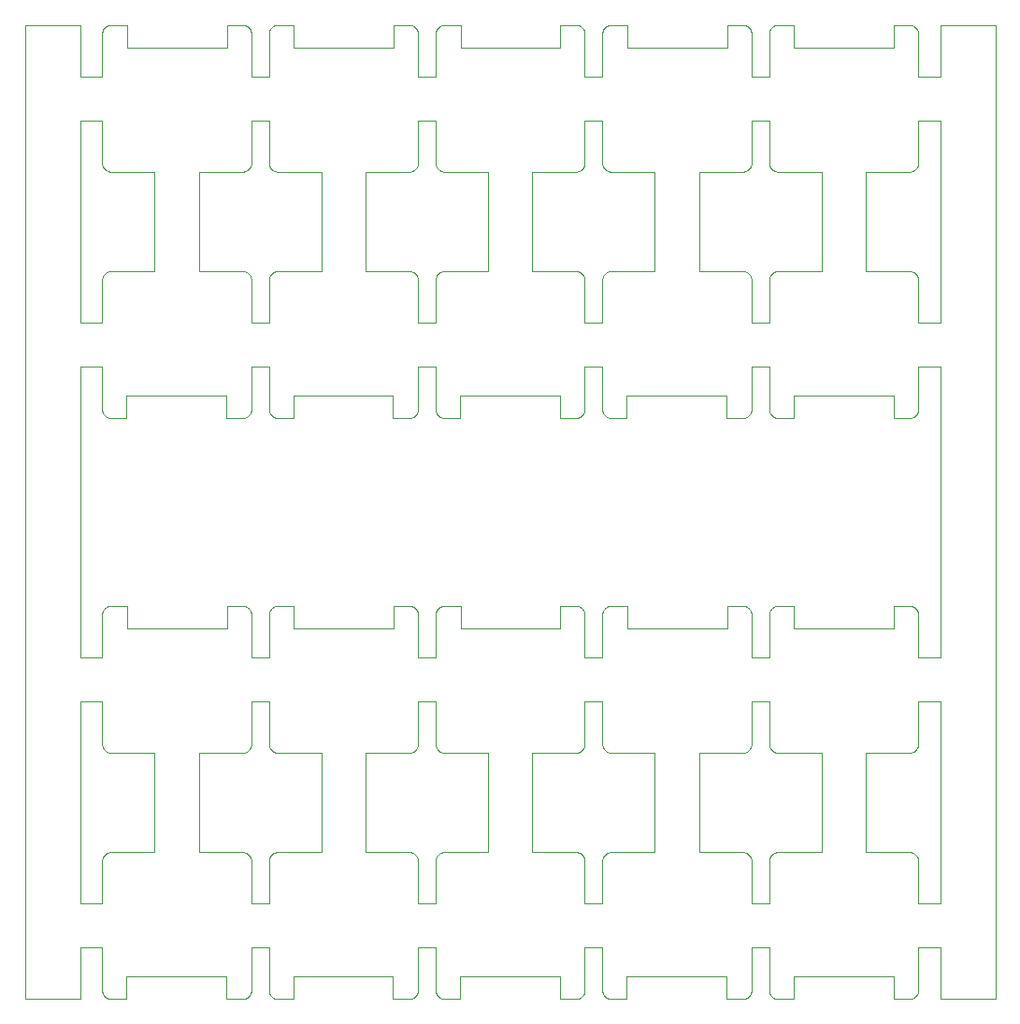
<source format=gbr>
%TF.GenerationSoftware,KiCad,Pcbnew,7.0.7*%
%TF.CreationDate,2023-12-24T11:29:27-08:00*%
%TF.ProjectId,Micro_AGB_Dongle_Panel,4d696372-6f5f-4414-9742-5f446f6e676c,rev?*%
%TF.SameCoordinates,Original*%
%TF.FileFunction,Profile,NP*%
%FSLAX46Y46*%
G04 Gerber Fmt 4.6, Leading zero omitted, Abs format (unit mm)*
G04 Created by KiCad (PCBNEW 7.0.7) date 2023-12-24 11:29:27*
%MOMM*%
%LPD*%
G01*
G04 APERTURE LIST*
%TA.AperFunction,Profile*%
%ADD10C,0.100000*%
%TD*%
G04 APERTURE END LIST*
D10*
X122850000Y-74650000D02*
X120300000Y-74650000D01*
X185282620Y-95210315D02*
X185257006Y-95178902D01*
X171950000Y-81250000D02*
X171950000Y-85100000D01*
X127134515Y-42364833D02*
X127097684Y-42381756D01*
X156899798Y-107677844D02*
X156914833Y-107715484D01*
X155082620Y-95210315D02*
X155057006Y-95178902D01*
X127409480Y-94901026D02*
X127409480Y-94901026D01*
X142428857Y-55590774D02*
X142469065Y-55595895D01*
X140049477Y-20411758D02*
X140028915Y-20376828D01*
X141759225Y-73278857D02*
X141754104Y-73319065D01*
X154571142Y-108190774D02*
X154611038Y-108183623D01*
X184690519Y-108198973D02*
X184730934Y-108195895D01*
X185002315Y-108118243D02*
X185038241Y-108099477D01*
X139773171Y-108078915D02*
X139807014Y-108056610D01*
X155168243Y-85452315D02*
X155185166Y-85415484D01*
X139550522Y-85874461D02*
X139589490Y-85863311D01*
X111926828Y-95021084D02*
X111892985Y-95043389D01*
X142234515Y-42364833D02*
X142197684Y-42381756D01*
X170228915Y-42676828D02*
X170206610Y-42642985D01*
X172361758Y-95000522D02*
X172326828Y-95021084D01*
X154873171Y-55478915D02*
X154907014Y-55456610D01*
X127134515Y-85835166D02*
X127172155Y-85850201D01*
X185424461Y-107600522D02*
X185433623Y-107561038D01*
X157042993Y-95178902D02*
X157017379Y-95210315D01*
X172117379Y-42610315D02*
X172093389Y-42642985D01*
X156850000Y-107400000D02*
X156851026Y-107440519D01*
X125040774Y-20678857D02*
X125033623Y-20638961D01*
X139430934Y-42304104D02*
X139390519Y-42301026D01*
X127328857Y-55590774D02*
X127369065Y-55595895D01*
X157650000Y-72600000D02*
X157609480Y-72601026D01*
X126686688Y-55039490D02*
X126699798Y-55077844D01*
X157226828Y-72721084D02*
X157192985Y-72743389D01*
X165600000Y-85900000D02*
X169550000Y-85900000D01*
X127288961Y-42316376D02*
X127249477Y-42325538D01*
X111566376Y-42938961D02*
X111559225Y-42978857D01*
X112228857Y-85890774D02*
X112269065Y-85895895D01*
X184927844Y-20049798D02*
X184889490Y-20036688D01*
X125033623Y-107561038D02*
X125040774Y-107521142D01*
X124857006Y-85621097D02*
X124882620Y-85589684D01*
X112072155Y-42349798D02*
X112034515Y-42364833D01*
X126793389Y-32957014D02*
X126817379Y-32989684D01*
X111551026Y-107440519D02*
X111554104Y-107480934D01*
X157334515Y-94964833D02*
X157297684Y-94981756D01*
X156971084Y-107823171D02*
X156993389Y-107857014D01*
X142509480Y-72601026D02*
X142469065Y-72604104D01*
X137950000Y-22050000D02*
X128900000Y-22050000D01*
X169938241Y-72700522D02*
X169902315Y-72681756D01*
X156866376Y-54961038D02*
X156875538Y-55000522D01*
X174150000Y-55600000D02*
X174150000Y-53550000D01*
X180700000Y-37800000D02*
X180700000Y-33300000D01*
X156866376Y-85261038D02*
X156875538Y-85300522D01*
X125013311Y-73160509D02*
X125000201Y-73122155D01*
X154490519Y-55598973D02*
X154530934Y-55595895D01*
X140006610Y-107857014D02*
X140028915Y-107823171D01*
X154727844Y-94949798D02*
X154689490Y-94936688D01*
X170313311Y-107639490D02*
X170324461Y-107600522D01*
X155185166Y-95384515D02*
X155168243Y-95347684D01*
X170345895Y-85180934D02*
X170348973Y-85140519D01*
X170268243Y-55152315D02*
X170285166Y-55115484D01*
X170324461Y-32700522D02*
X170333623Y-32661038D01*
X140124461Y-32700522D02*
X140133623Y-32661038D01*
X169973171Y-85778915D02*
X170007014Y-85756610D01*
X155128915Y-20376828D02*
X155106610Y-20342985D01*
X185229834Y-42548826D02*
X185201173Y-42520165D01*
X155250000Y-32500000D02*
X155250000Y-28650000D01*
X174150000Y-106150000D02*
X183200000Y-106150000D01*
X126659225Y-54921142D02*
X126666376Y-54961038D01*
X184889490Y-72636688D02*
X184850522Y-72625538D01*
X156899798Y-55077844D02*
X156914833Y-55115484D01*
X184730934Y-20004104D02*
X184690519Y-20001026D01*
X154907014Y-72743389D02*
X154873171Y-72721084D01*
X157488961Y-72616376D02*
X157449477Y-72625538D01*
X169671142Y-42309225D02*
X169630934Y-42304104D01*
X139807014Y-42443389D02*
X139773171Y-42421084D01*
X157569065Y-20004104D02*
X157528857Y-20009225D01*
X142388961Y-108183623D02*
X142428857Y-108190774D01*
X185433623Y-32661038D02*
X185440774Y-32621142D01*
X139957006Y-42578902D02*
X139929834Y-42548826D01*
X172326828Y-55478915D02*
X172361758Y-55499477D01*
X157070165Y-33051173D02*
X157098826Y-33079834D01*
X174200000Y-74650000D02*
X174200000Y-72600000D01*
X111892985Y-72743389D02*
X111860315Y-72767379D01*
X141751026Y-32540519D02*
X141754104Y-32580934D01*
X171951026Y-43059480D02*
X171950000Y-43100000D01*
X126817379Y-72910315D02*
X126793389Y-72942985D01*
X142349477Y-85874461D02*
X142388961Y-85883623D01*
X154490519Y-33298973D02*
X154530934Y-33295895D01*
X131400000Y-37800000D02*
X131400000Y-42300000D01*
X124801173Y-20220165D02*
X124771097Y-20192993D01*
X140113311Y-20560509D02*
X140100201Y-20522155D01*
X124330934Y-20004104D02*
X124290519Y-20001026D01*
X184771142Y-55590774D02*
X184811038Y-55583623D01*
X109550000Y-99550000D02*
X109550000Y-81250000D01*
X111554104Y-54880934D02*
X111559225Y-54921142D01*
X111770165Y-42548826D02*
X111742993Y-42578902D01*
X139773171Y-20121084D02*
X139738241Y-20100522D01*
X126928902Y-72792993D02*
X126898826Y-72820165D01*
X124290519Y-72601026D02*
X124250000Y-72600000D01*
X127172155Y-108150201D02*
X127210509Y-108163311D01*
X155106610Y-55257014D02*
X155128915Y-55223171D01*
X185385166Y-73084515D02*
X185368243Y-73047684D01*
X156971084Y-85523171D02*
X156993389Y-85557014D01*
X111798826Y-42520165D02*
X111770165Y-42548826D01*
X185282620Y-32989684D02*
X185306610Y-32957014D01*
X112309480Y-33298973D02*
X112350000Y-33300000D01*
X156854104Y-32580934D02*
X156859225Y-32621142D01*
X139807014Y-72743389D02*
X139773171Y-72721084D01*
X155213311Y-32739490D02*
X155224461Y-32700522D01*
X157042993Y-107921097D02*
X157070165Y-107951173D01*
X126842993Y-72878902D02*
X126817379Y-72910315D01*
X126771084Y-85523171D02*
X126793389Y-85557014D01*
X125050000Y-50950000D02*
X125850000Y-50950000D01*
X142028902Y-20192993D02*
X141998826Y-20220165D01*
X139627844Y-55550201D02*
X139665484Y-55535166D01*
X140100201Y-55077844D02*
X140113311Y-55039490D01*
X137900000Y-55600000D02*
X139350000Y-55600000D01*
X170333623Y-42938961D02*
X170324461Y-42899477D01*
X170340774Y-95578857D02*
X170333623Y-95538961D01*
X155200201Y-85377844D02*
X155213311Y-85339490D01*
X109550000Y-46950000D02*
X109550000Y-28650000D01*
X111860315Y-20167379D02*
X111828902Y-20192993D01*
X124882620Y-85589684D02*
X124906610Y-85557014D01*
X111559225Y-42978857D02*
X111554104Y-43019065D01*
X155128915Y-72976828D02*
X155106610Y-72942985D01*
X111599798Y-73122155D02*
X111586688Y-73160509D01*
X125050000Y-43100000D02*
X125048973Y-43059480D01*
X124882620Y-72910315D02*
X124857006Y-72878902D01*
X111798826Y-55379834D02*
X111828902Y-55407006D01*
X154939684Y-33132620D02*
X154971097Y-33107006D01*
X169902315Y-108118243D02*
X169938241Y-108099477D01*
X185368243Y-73047684D02*
X185349477Y-73011758D01*
X156859225Y-54921142D02*
X156866376Y-54961038D01*
X140148973Y-32540519D02*
X140150000Y-32500000D01*
X172260315Y-95067379D02*
X172228902Y-95092993D01*
X185002315Y-94981756D02*
X184965484Y-94964833D01*
X171966376Y-32661038D02*
X171975538Y-32700522D01*
X124739684Y-55432620D02*
X124771097Y-55407006D01*
X154689490Y-94936688D02*
X154650522Y-94925538D01*
X112110509Y-20036688D02*
X112072155Y-20049798D01*
X125033623Y-42938961D02*
X125024461Y-42899477D01*
X124638241Y-108099477D02*
X124673171Y-108078915D01*
X157609480Y-72601026D02*
X157569065Y-72604104D01*
X169630934Y-94904104D02*
X169590519Y-94901026D01*
X169902315Y-85818243D02*
X169938241Y-85799477D01*
X139550522Y-55574461D02*
X139589490Y-55563311D01*
X171966376Y-54961038D02*
X171975538Y-55000522D01*
X139702315Y-20081756D02*
X139665484Y-20064833D01*
X156993389Y-20342985D02*
X156971084Y-20376828D01*
X156854104Y-95619065D02*
X156851026Y-95659480D01*
X172750000Y-72600000D02*
X172709480Y-72601026D01*
X127249477Y-72625538D02*
X127210509Y-72636688D01*
X122850000Y-72600000D02*
X122850000Y-74650000D01*
X185433623Y-42938961D02*
X185424461Y-42899477D01*
X111892985Y-95043389D02*
X111860315Y-95067379D01*
X155200201Y-73122155D02*
X155185166Y-73084515D01*
X185002315Y-33218243D02*
X185038241Y-33199477D01*
X184690519Y-94901026D02*
X184650000Y-94900000D01*
X170350000Y-20800000D02*
X170348973Y-20759480D01*
X157070165Y-107951173D02*
X157098826Y-107979834D01*
X169865484Y-85835166D02*
X169902315Y-85818243D01*
X155082620Y-107889684D02*
X155106610Y-107857014D01*
X141799798Y-55077844D02*
X141814833Y-55115484D01*
X171966376Y-42938961D02*
X171959225Y-42978857D01*
X126714833Y-32815484D02*
X126731756Y-32852315D01*
X170324461Y-73199477D02*
X170313311Y-73160509D01*
X111828902Y-42492993D02*
X111798826Y-42520165D01*
X142550000Y-55600000D02*
X143950000Y-55600000D01*
X172397684Y-108118243D02*
X172434515Y-108135166D01*
X126699798Y-20522155D02*
X126686688Y-20560509D01*
X126928902Y-85707006D02*
X126960315Y-85732620D01*
X176700000Y-85900000D02*
X176700000Y-90400000D01*
X126686688Y-85339490D02*
X126699798Y-85377844D01*
X139430934Y-55595895D02*
X139471142Y-55590774D01*
X185440774Y-54921142D02*
X185445895Y-54880934D01*
X185440774Y-20678857D02*
X185433623Y-20638961D01*
X124290519Y-108198973D02*
X124330934Y-108195895D01*
X124527844Y-108150201D02*
X124565484Y-108135166D01*
X112149477Y-85874461D02*
X112188961Y-85883623D01*
X170300201Y-20522155D02*
X170285166Y-20484515D01*
X127210509Y-72636688D02*
X127172155Y-72649798D01*
X156875538Y-42899477D02*
X156866376Y-42938961D01*
X184811038Y-55583623D02*
X184850522Y-55574461D01*
X185450000Y-81250000D02*
X187450000Y-81250000D01*
X111550000Y-46950000D02*
X109550000Y-46950000D01*
X157160315Y-20167379D02*
X157128902Y-20192993D01*
X126699798Y-73122155D02*
X126686688Y-73160509D01*
X122800000Y-106150000D02*
X122800000Y-108200000D01*
X157334515Y-20064833D02*
X157297684Y-20081756D01*
X112034515Y-85835166D02*
X112072155Y-85850201D01*
X172170165Y-55351173D02*
X172198826Y-55379834D01*
X185038241Y-72700522D02*
X185002315Y-72681756D01*
X157042993Y-33021097D02*
X157070165Y-33051173D01*
X143950000Y-55600000D02*
X143950000Y-53550000D01*
X139957006Y-95178902D02*
X139929834Y-95148826D01*
X172014833Y-107715484D02*
X172031756Y-107752315D01*
X154530934Y-85895895D02*
X154571142Y-85890774D01*
X142161758Y-33199477D02*
X142197684Y-33218243D01*
X126650000Y-95700000D02*
X126650000Y-99550000D01*
X127369065Y-94904104D02*
X127328857Y-94909225D01*
X172549477Y-20025538D02*
X172510509Y-20036688D01*
X124602315Y-108118243D02*
X124638241Y-108099477D01*
X172397684Y-72681756D02*
X172361758Y-72700522D01*
X127409480Y-20001026D02*
X127369065Y-20004104D01*
X155240774Y-85221142D02*
X155245895Y-85180934D01*
X185306610Y-32957014D02*
X185328915Y-32923171D01*
X156993389Y-55257014D02*
X157017379Y-55289684D01*
X139511038Y-72616376D02*
X139471142Y-72609225D01*
X185445895Y-95619065D02*
X185440774Y-95578857D01*
X126793389Y-20342985D02*
X126771084Y-20376828D01*
X131400000Y-90400000D02*
X131400000Y-94900000D01*
X135400000Y-33300000D02*
X139350000Y-33300000D01*
X142161758Y-72700522D02*
X142126828Y-72721084D01*
X140150000Y-54800000D02*
X140150000Y-50950000D01*
X139901173Y-55379834D02*
X139929834Y-55351173D01*
X156050000Y-103550000D02*
X156850000Y-103550000D01*
X156851026Y-43059480D02*
X156850000Y-43100000D01*
X165600000Y-33300000D02*
X169550000Y-33300000D01*
X185450000Y-73400000D02*
X185448973Y-73359480D01*
X124489490Y-94936688D02*
X124450522Y-94925538D01*
X126650000Y-28650000D02*
X126650000Y-32500000D01*
X172588961Y-85883623D02*
X172628857Y-85890774D01*
X172709480Y-55598973D02*
X172750000Y-55600000D01*
X185450000Y-103550000D02*
X187450000Y-103550000D01*
X155213311Y-107639490D02*
X155224461Y-107600522D01*
X176700000Y-37800000D02*
X176700000Y-42300000D01*
X126817379Y-32989684D02*
X126842993Y-33021097D01*
X141750000Y-32500000D02*
X141751026Y-32540519D01*
X142126828Y-55478915D02*
X142161758Y-55499477D01*
X187450000Y-28650000D02*
X187450000Y-46950000D01*
X111693389Y-42642985D02*
X111671084Y-42676828D01*
X155168243Y-32852315D02*
X155185166Y-32815484D01*
X127409480Y-85898973D02*
X127450000Y-85900000D01*
X184811038Y-72616376D02*
X184771142Y-72609225D01*
X165600000Y-74650000D02*
X159100000Y-74650000D01*
X154802315Y-55518243D02*
X154838241Y-55499477D01*
X185201173Y-33079834D02*
X185229834Y-33051173D01*
X172669065Y-55595895D02*
X172709480Y-55598973D01*
X171954104Y-20719065D02*
X171951026Y-20759480D01*
X183200000Y-106150000D02*
X183200000Y-108200000D01*
X170129834Y-95148826D02*
X170101173Y-95120165D01*
X155029834Y-72848826D02*
X155001173Y-72820165D01*
X170348973Y-32540519D02*
X170350000Y-32500000D01*
X157070165Y-85651173D02*
X157098826Y-85679834D01*
X185445895Y-54880934D02*
X185448973Y-54840519D01*
X112110509Y-55563311D02*
X112149477Y-55574461D01*
X156850000Y-46950000D02*
X156050000Y-46950000D01*
X155224461Y-73199477D02*
X155213311Y-73160509D01*
X156931756Y-55152315D02*
X156950522Y-55188241D01*
X185282620Y-85589684D02*
X185306610Y-85557014D01*
X154689490Y-42336688D02*
X154650522Y-42325538D01*
X125013311Y-55039490D02*
X125024461Y-55000522D01*
X141970165Y-85651173D02*
X141998826Y-85679834D01*
X172472155Y-94949798D02*
X172434515Y-94964833D01*
X139901173Y-20220165D02*
X139871097Y-20192993D01*
X124739684Y-42467379D02*
X124707014Y-42443389D01*
X172093389Y-95242985D02*
X172071084Y-95276828D01*
X155245895Y-32580934D02*
X155248973Y-32540519D01*
X112149477Y-20025538D02*
X112110509Y-20036688D01*
X124857006Y-72878902D02*
X124829834Y-72848826D01*
X127097684Y-72681756D02*
X127061758Y-72700522D01*
X170333623Y-54961038D02*
X170340774Y-54921142D01*
X124928915Y-107823171D02*
X124949477Y-107788241D01*
X170249477Y-55188241D02*
X170268243Y-55152315D01*
X141970165Y-33051173D02*
X141998826Y-33079834D01*
X111961758Y-33199477D02*
X111997684Y-33218243D01*
X126842993Y-42578902D02*
X126817379Y-42610315D01*
X139929834Y-55351173D02*
X139957006Y-55321097D01*
X169550000Y-33300000D02*
X169590519Y-33298973D01*
X113750000Y-106150000D02*
X122800000Y-106150000D01*
X112188961Y-20016376D02*
X112149477Y-20025538D01*
X156875538Y-73199477D02*
X156866376Y-73238961D01*
X156851026Y-95659480D02*
X156850000Y-95700000D01*
X140100201Y-95422155D02*
X140085166Y-95384515D01*
X126731756Y-107752315D02*
X126750522Y-107788241D01*
X157160315Y-42467379D02*
X157128902Y-42492993D01*
X154765484Y-55535166D02*
X154802315Y-55518243D01*
X111550000Y-103550000D02*
X111550000Y-107400000D01*
X172014833Y-32815484D02*
X172031756Y-32852315D01*
X157449477Y-72625538D02*
X157410509Y-72636688D01*
X124673171Y-55478915D02*
X124707014Y-55456610D01*
X156859225Y-20678857D02*
X156854104Y-20719065D01*
X155245895Y-43019065D02*
X155240774Y-42978857D01*
X111631756Y-55152315D02*
X111650522Y-55188241D01*
X142550000Y-108200000D02*
X143950000Y-108200000D01*
X172434515Y-55535166D02*
X172472155Y-55550201D01*
X157297684Y-108118243D02*
X157334515Y-108135166D01*
X139665484Y-108135166D02*
X139702315Y-108118243D01*
X171950000Y-99550000D02*
X171150000Y-99550000D01*
X112188961Y-108183623D02*
X112228857Y-108190774D01*
X141998826Y-95120165D02*
X141970165Y-95148826D01*
X122850000Y-22050000D02*
X113800000Y-22050000D01*
X140085166Y-32815484D02*
X140100201Y-32777844D01*
X172170165Y-95148826D02*
X172142993Y-95178902D01*
X157128902Y-55407006D02*
X157160315Y-55432620D01*
X185306610Y-20342985D02*
X185282620Y-20310315D01*
X140028915Y-85523171D02*
X140049477Y-85488241D01*
X141750000Y-28650000D02*
X141750000Y-32500000D01*
X169590519Y-108198973D02*
X169630934Y-108195895D01*
X146500000Y-42300000D02*
X142550000Y-42300000D01*
X155250000Y-99550000D02*
X155250000Y-95700000D01*
X111550000Y-81250000D02*
X111550000Y-81250000D01*
X157261758Y-55499477D02*
X157297684Y-55518243D01*
X154611038Y-33283623D02*
X154650522Y-33274461D01*
X111554104Y-107480934D02*
X111559225Y-107521142D01*
X184965484Y-55535166D02*
X185002315Y-55518243D01*
X142388961Y-85883623D02*
X142428857Y-85890774D01*
X142469065Y-33295895D02*
X142509480Y-33298973D01*
X139702315Y-33218243D02*
X139738241Y-33199477D01*
X112110509Y-42336688D02*
X112072155Y-42349798D01*
X124707014Y-33156610D02*
X124739684Y-33132620D01*
X126960315Y-72767379D02*
X126928902Y-72792993D01*
X124290519Y-55598973D02*
X124330934Y-55595895D01*
X154689490Y-85863311D02*
X154727844Y-85850201D01*
X142272155Y-85850201D02*
X142310509Y-85863311D01*
X111566376Y-20638961D02*
X111559225Y-20678857D01*
X172142993Y-42578902D02*
X172117379Y-42610315D01*
X156899798Y-95422155D02*
X156886688Y-95460509D01*
X156875538Y-95499477D02*
X156866376Y-95538961D01*
X126654104Y-54880934D02*
X126659225Y-54921142D01*
X141751026Y-43059480D02*
X141750000Y-43100000D01*
X126675538Y-107600522D02*
X126686688Y-107639490D01*
X157017379Y-95210315D02*
X156993389Y-95242985D01*
X154611038Y-94916376D02*
X154571142Y-94909225D01*
X141942993Y-72878902D02*
X141917379Y-72910315D01*
X111926828Y-108078915D02*
X111961758Y-108099477D01*
X142092985Y-20143389D02*
X142060315Y-20167379D01*
X155248973Y-85140519D02*
X155250000Y-85100000D01*
X124489490Y-20036688D02*
X124450522Y-20025538D01*
X156931756Y-20447684D02*
X156914833Y-20484515D01*
X126686688Y-32739490D02*
X126699798Y-32777844D01*
X155224461Y-107600522D02*
X155233623Y-107561038D01*
X156854104Y-43019065D02*
X156851026Y-43059480D01*
X126898826Y-107979834D02*
X126928902Y-108007006D01*
X111551026Y-32540519D02*
X111554104Y-32580934D01*
X141750000Y-46950000D02*
X140950000Y-46950000D01*
X141799798Y-20522155D02*
X141786688Y-20560509D01*
X171150000Y-50950000D02*
X171950000Y-50950000D01*
X185107014Y-72743389D02*
X185073171Y-72721084D01*
X111551026Y-20759480D02*
X111550000Y-20800000D01*
X156050000Y-50950000D02*
X156850000Y-50950000D01*
X155185166Y-20484515D02*
X155168243Y-20447684D01*
X171951026Y-107440519D02*
X171954104Y-107480934D01*
X113800000Y-22050000D02*
X113800000Y-20000000D01*
X154689490Y-108163311D02*
X154727844Y-108150201D01*
X122800000Y-53550000D02*
X122800000Y-55600000D01*
X172071084Y-72976828D02*
X172050522Y-73011758D01*
X157528857Y-42309225D02*
X157488961Y-42316376D01*
X137950000Y-20000000D02*
X137950000Y-22050000D01*
X124602315Y-42381756D02*
X124565484Y-42364833D01*
X141871084Y-55223171D02*
X141893389Y-55257014D01*
X124450522Y-108174461D02*
X124489490Y-108163311D01*
X171951026Y-85140519D02*
X171954104Y-85180934D01*
X139627844Y-72649798D02*
X139589490Y-72636688D01*
X124565484Y-42364833D02*
X124527844Y-42349798D01*
X139471142Y-108190774D02*
X139511038Y-108183623D01*
X111717379Y-107889684D02*
X111742993Y-107921097D01*
X126731756Y-42747684D02*
X126714833Y-42784515D01*
X172326828Y-85778915D02*
X172361758Y-85799477D01*
X185445895Y-32580934D02*
X185448973Y-32540519D01*
X142092985Y-108056610D02*
X142126828Y-108078915D01*
X185433623Y-95538961D02*
X185424461Y-95499477D01*
X111599798Y-85377844D02*
X111614833Y-85415484D01*
X159050000Y-53550000D02*
X165600000Y-53550000D01*
X124829834Y-95148826D02*
X124801173Y-95120165D01*
X142126828Y-33178915D02*
X142161758Y-33199477D01*
X170313311Y-32739490D02*
X170324461Y-32700522D01*
X124602315Y-55518243D02*
X124638241Y-55499477D01*
X124771097Y-33107006D02*
X124801173Y-33079834D01*
X170206610Y-42642985D02*
X170182620Y-42610315D01*
X184927844Y-85850201D02*
X184965484Y-85835166D01*
X142028902Y-85707006D02*
X142060315Y-85732620D01*
X184850522Y-20025538D02*
X184811038Y-20016376D01*
X171999798Y-32777844D02*
X172014833Y-32815484D01*
X142272155Y-108150201D02*
X142310509Y-108163311D01*
X155245895Y-20719065D02*
X155240774Y-20678857D01*
X139982620Y-42610315D02*
X139957006Y-42578902D01*
X187450000Y-77250000D02*
X185450000Y-77250000D01*
X124527844Y-33250201D02*
X124565484Y-33235166D01*
X185433623Y-73238961D02*
X185424461Y-73199477D01*
X169789490Y-108163311D02*
X169827844Y-108150201D01*
X139807014Y-20143389D02*
X139773171Y-20121084D01*
X172434515Y-33235166D02*
X172472155Y-33250201D01*
X172549477Y-72625538D02*
X172510509Y-72636688D01*
X139738241Y-33199477D02*
X139773171Y-33178915D01*
X135400000Y-85900000D02*
X139350000Y-85900000D01*
X169630934Y-33295895D02*
X169671142Y-33290774D01*
X155248973Y-107440519D02*
X155250000Y-107400000D01*
X126793389Y-42642985D02*
X126771084Y-42676828D01*
X142349477Y-72625538D02*
X142310509Y-72636688D01*
X140049477Y-32888241D02*
X140068243Y-32852315D01*
X112269065Y-42304104D02*
X112228857Y-42309225D01*
X141754104Y-95619065D02*
X141751026Y-95659480D01*
X169590519Y-94901026D02*
X169550000Y-94900000D01*
X171966376Y-107561038D02*
X171975538Y-107600522D01*
X126750522Y-95311758D02*
X126731756Y-95347684D01*
X155224461Y-20599477D02*
X155213311Y-20560509D01*
X140150000Y-20800000D02*
X140148973Y-20759480D01*
X156851026Y-54840519D02*
X156854104Y-54880934D01*
X155128915Y-95276828D02*
X155106610Y-95242985D01*
X180700000Y-90400000D02*
X180700000Y-85900000D01*
X156886688Y-20560509D02*
X156875538Y-20599477D01*
X185171097Y-95092993D02*
X185139684Y-95067379D01*
X127450000Y-55600000D02*
X128850000Y-55600000D01*
X153050000Y-74650000D02*
X150500000Y-74650000D01*
X156866376Y-32661038D02*
X156875538Y-32700522D01*
X156914833Y-73084515D02*
X156899798Y-73122155D01*
X170313311Y-73160509D02*
X170300201Y-73122155D01*
X141970165Y-95148826D02*
X141942993Y-95178902D01*
X126666376Y-20638961D02*
X126659225Y-20678857D01*
X111575538Y-32700522D02*
X111586688Y-32739490D01*
X172397684Y-85818243D02*
X172434515Y-85835166D01*
X157609480Y-94901026D02*
X157569065Y-94904104D01*
X124949477Y-95311758D02*
X124928915Y-95276828D01*
X183200000Y-55600000D02*
X184650000Y-55600000D01*
X185073171Y-20121084D02*
X185038241Y-20100522D01*
X185107014Y-20143389D02*
X185073171Y-20121084D01*
X111892985Y-33156610D02*
X111926828Y-33178915D01*
X126870165Y-33051173D02*
X126898826Y-33079834D01*
X184927844Y-33250201D02*
X184965484Y-33235166D01*
X124882620Y-95210315D02*
X124857006Y-95178902D01*
X140150000Y-73400000D02*
X140148973Y-73359480D01*
X141970165Y-20248826D02*
X141942993Y-20278902D01*
X141754104Y-20719065D02*
X141751026Y-20759480D01*
X141893389Y-107857014D02*
X141917379Y-107889684D01*
X111798826Y-20220165D02*
X111770165Y-20248826D01*
X124330934Y-33295895D02*
X124371142Y-33290774D01*
X124330934Y-72604104D02*
X124290519Y-72601026D01*
X141786688Y-107639490D02*
X141799798Y-107677844D01*
X125050000Y-73400000D02*
X125048973Y-73359480D01*
X143950000Y-108200000D02*
X143950000Y-106150000D01*
X192450000Y-108200000D02*
X192450000Y-20000000D01*
X170350000Y-73400000D02*
X170348973Y-73359480D01*
X185450000Y-28650000D02*
X187450000Y-28650000D01*
X142197684Y-20081756D02*
X142161758Y-20100522D01*
X172549477Y-42325538D02*
X172510509Y-42336688D01*
X142428857Y-20009225D02*
X142388961Y-20016376D01*
X169590519Y-33298973D02*
X169630934Y-33295895D01*
X120300000Y-42300000D02*
X120300000Y-37800000D01*
X185306610Y-42642985D02*
X185282620Y-42610315D01*
X126928902Y-55407006D02*
X126960315Y-55432620D01*
X142349477Y-42325538D02*
X142310509Y-42336688D01*
X172198826Y-107979834D02*
X172228902Y-108007006D01*
X112188961Y-55583623D02*
X112228857Y-55590774D01*
X170324461Y-85300522D02*
X170333623Y-85261038D01*
X111586688Y-73160509D02*
X111575538Y-73199477D01*
X155233623Y-107561038D02*
X155240774Y-107521142D01*
X124250000Y-33300000D02*
X124290519Y-33298973D01*
X185445895Y-43019065D02*
X185440774Y-42978857D01*
X126898826Y-55379834D02*
X126928902Y-55407006D01*
X150500000Y-33300000D02*
X154450000Y-33300000D01*
X111798826Y-33079834D02*
X111828902Y-33107006D01*
X155250000Y-43100000D02*
X155248973Y-43059480D01*
X126771084Y-95276828D02*
X126750522Y-95311758D01*
X154650522Y-108174461D02*
X154689490Y-108163311D01*
X155128915Y-85523171D02*
X155149477Y-85488241D01*
X185445895Y-73319065D02*
X185440774Y-73278857D01*
X111860315Y-95067379D02*
X111828902Y-95092993D01*
X157372155Y-94949798D02*
X157334515Y-94964833D01*
X124801173Y-42520165D02*
X124771097Y-42492993D01*
X184850522Y-94925538D02*
X184811038Y-94916376D01*
X112309480Y-94901026D02*
X112269065Y-94904104D01*
X154971097Y-72792993D02*
X154939684Y-72767379D01*
X156993389Y-72942985D02*
X156971084Y-72976828D01*
X157297684Y-94981756D02*
X157261758Y-95000522D01*
X155029834Y-55351173D02*
X155057006Y-55321097D01*
X185413311Y-42860509D02*
X185400201Y-42822155D01*
X154611038Y-55583623D02*
X154650522Y-55574461D01*
X139807014Y-108056610D02*
X139839684Y-108032620D01*
X172326828Y-20121084D02*
X172292985Y-20143389D01*
X154727844Y-20049798D02*
X154689490Y-20036688D01*
X170348973Y-54840519D02*
X170350000Y-54800000D01*
X126651026Y-107440519D02*
X126654104Y-107480934D01*
X125040774Y-107521142D02*
X125045895Y-107480934D01*
X185448973Y-73359480D02*
X185445895Y-73319065D01*
X141766376Y-32661038D02*
X141775538Y-32700522D01*
X127097684Y-42381756D02*
X127061758Y-42400522D01*
X142428857Y-85890774D02*
X142469065Y-85895895D01*
X157449477Y-94925538D02*
X157410509Y-94936688D01*
X111550000Y-50950000D02*
X111550000Y-50950000D01*
X157609480Y-33298973D02*
X157650000Y-33300000D01*
X184965484Y-94964833D02*
X184927844Y-94949798D01*
X155250000Y-46950000D02*
X155250000Y-43100000D01*
X153050000Y-72600000D02*
X153050000Y-74650000D01*
X170285166Y-42784515D02*
X170268243Y-42747684D01*
X125045895Y-32580934D02*
X125048973Y-32540519D01*
X172198826Y-42520165D02*
X172170165Y-42548826D01*
X154450000Y-72600000D02*
X153050000Y-72600000D01*
X135400000Y-42300000D02*
X135400000Y-37800000D01*
X125850000Y-81250000D02*
X126650000Y-81250000D01*
X111717379Y-72910315D02*
X111693389Y-72942985D01*
X140150000Y-95700000D02*
X140148973Y-95659480D01*
X154838241Y-72700522D02*
X154802315Y-72681756D01*
X140150000Y-99550000D02*
X140150000Y-95700000D01*
X157297684Y-33218243D02*
X157334515Y-33235166D01*
X126992985Y-33156610D02*
X127026828Y-33178915D01*
X111693389Y-20342985D02*
X111671084Y-20376828D01*
X165600000Y-37800000D02*
X165600000Y-33300000D01*
X139665484Y-33235166D02*
X139702315Y-33218243D01*
X172031756Y-85452315D02*
X172050522Y-85488241D01*
X142550000Y-42300000D02*
X142509480Y-42301026D01*
X171975538Y-95499477D02*
X171966376Y-95538961D01*
X140006610Y-42642985D02*
X139982620Y-42610315D01*
X154939684Y-55432620D02*
X154971097Y-55407006D01*
X171950000Y-20800000D02*
X171950000Y-24650000D01*
X157017379Y-85589684D02*
X157042993Y-85621097D01*
X185400201Y-55077844D02*
X185413311Y-55039490D01*
X125050000Y-81250000D02*
X125850000Y-81250000D01*
X126771084Y-55223171D02*
X126793389Y-55257014D01*
X111586688Y-20560509D02*
X111575538Y-20599477D01*
X140113311Y-55039490D02*
X140124461Y-55000522D01*
X154450000Y-108200000D02*
X154490519Y-108198973D01*
X170007014Y-108056610D02*
X170039684Y-108032620D01*
X156950522Y-107788241D02*
X156971084Y-107823171D01*
X172750000Y-94900000D02*
X172709480Y-94901026D01*
X140100201Y-107677844D02*
X140113311Y-107639490D01*
X156875538Y-20599477D02*
X156866376Y-20638961D01*
X125048973Y-32540519D02*
X125050000Y-32500000D01*
X140068243Y-85452315D02*
X140085166Y-85415484D01*
X172750000Y-33300000D02*
X176700000Y-33300000D01*
X125024461Y-32700522D02*
X125033623Y-32661038D01*
X170101173Y-95120165D02*
X170071097Y-95092993D01*
X171954104Y-54880934D02*
X171959225Y-54921142D01*
X184650000Y-55600000D02*
X184690519Y-55598973D01*
X185002315Y-20081756D02*
X184965484Y-20064833D01*
X170268243Y-107752315D02*
X170285166Y-107715484D01*
X125050000Y-46950000D02*
X125050000Y-43100000D01*
X141799798Y-32777844D02*
X141814833Y-32815484D01*
X111650522Y-85488241D02*
X111671084Y-85523171D01*
X131400000Y-42300000D02*
X127450000Y-42300000D01*
X184965484Y-20064833D02*
X184927844Y-20049798D01*
X187450000Y-24650000D02*
X185450000Y-24650000D01*
X142092985Y-85756610D02*
X142126828Y-85778915D01*
X156859225Y-42978857D02*
X156854104Y-43019065D01*
X139511038Y-108183623D02*
X139550522Y-108174461D01*
X157488961Y-55583623D02*
X157528857Y-55590774D01*
X169750522Y-72625538D02*
X169711038Y-72616376D01*
X141751026Y-20759480D02*
X141750000Y-20800000D01*
X122800000Y-108200000D02*
X124250000Y-108200000D01*
X124330934Y-94904104D02*
X124290519Y-94901026D01*
X171150000Y-28650000D02*
X171950000Y-28650000D01*
X141750000Y-50950000D02*
X141750000Y-54800000D01*
X170071097Y-72792993D02*
X170039684Y-72767379D01*
X172709480Y-72601026D02*
X172669065Y-72604104D01*
X142234515Y-72664833D02*
X142197684Y-72681756D01*
X124801173Y-85679834D02*
X124829834Y-85651173D01*
X140068243Y-55152315D02*
X140085166Y-55115484D01*
X112072155Y-85850201D02*
X112110509Y-85863311D01*
X170324461Y-42899477D02*
X170313311Y-42860509D01*
X111693389Y-32957014D02*
X111717379Y-32989684D01*
X171975538Y-107600522D02*
X171986688Y-107639490D01*
X141917379Y-42610315D02*
X141893389Y-42642985D01*
X139957006Y-33021097D02*
X139982620Y-32989684D01*
X155185166Y-55115484D02*
X155200201Y-55077844D01*
X124250000Y-20000000D02*
X122850000Y-20000000D01*
X185450000Y-95700000D02*
X185448973Y-95659480D01*
X184650000Y-108200000D02*
X184690519Y-108198973D01*
X170340774Y-73278857D02*
X170333623Y-73238961D01*
X140950000Y-46950000D02*
X140150000Y-46950000D01*
X111742993Y-107921097D02*
X111770165Y-107951173D01*
X184927844Y-72649798D02*
X184889490Y-72636688D01*
X172628857Y-72609225D02*
X172588961Y-72616376D01*
X139957006Y-107921097D02*
X139982620Y-107889684D01*
X155200201Y-55077844D02*
X155213311Y-55039490D01*
X124489490Y-33263311D02*
X124527844Y-33250201D01*
X126686688Y-95460509D02*
X126675538Y-95499477D01*
X185073171Y-55478915D02*
X185107014Y-55456610D01*
X170249477Y-73011758D02*
X170228915Y-72976828D01*
X141766376Y-95538961D02*
X141759225Y-95578857D01*
X140100201Y-20522155D02*
X140085166Y-20484515D01*
X141750000Y-73400000D02*
X141750000Y-77250000D01*
X111586688Y-95460509D02*
X111575538Y-95499477D01*
X155200201Y-20522155D02*
X155185166Y-20484515D01*
X126666376Y-107561038D02*
X126675538Y-107600522D01*
X111586688Y-42860509D02*
X111575538Y-42899477D01*
X184690519Y-33298973D02*
X184730934Y-33295895D01*
X185433623Y-54961038D02*
X185440774Y-54921142D01*
X124527844Y-72649798D02*
X124489490Y-72636688D01*
X139871097Y-72792993D02*
X139839684Y-72767379D01*
X140950000Y-99550000D02*
X140150000Y-99550000D01*
X109550000Y-24650000D02*
X109550000Y-20000000D01*
X157192985Y-108056610D02*
X157226828Y-108078915D01*
X185328915Y-95276828D02*
X185306610Y-95242985D01*
X139807014Y-95043389D02*
X139773171Y-95021084D01*
X141917379Y-85589684D02*
X141942993Y-85621097D01*
X169789490Y-85863311D02*
X169827844Y-85850201D01*
X127172155Y-85850201D02*
X127210509Y-85863311D01*
X161600000Y-90400000D02*
X161600000Y-94900000D01*
X112350000Y-42300000D02*
X112309480Y-42301026D01*
X169902315Y-33218243D02*
X169938241Y-33199477D01*
X111550000Y-77250000D02*
X109550000Y-77250000D01*
X184690519Y-42301026D02*
X184650000Y-42300000D01*
X125013311Y-107639490D02*
X125024461Y-107600522D01*
X172434515Y-72664833D02*
X172397684Y-72681756D01*
X157226828Y-108078915D02*
X157261758Y-108099477D01*
X171986688Y-107639490D02*
X171999798Y-107677844D01*
X171959225Y-95578857D02*
X171954104Y-95619065D01*
X140145895Y-107480934D02*
X140148973Y-107440519D01*
X185413311Y-32739490D02*
X185424461Y-32700522D01*
X127134515Y-72664833D02*
X127097684Y-72681756D01*
X156850000Y-103550000D02*
X156850000Y-107400000D01*
X139738241Y-95000522D02*
X139702315Y-94981756D01*
X170285166Y-95384515D02*
X170268243Y-95347684D01*
X141970165Y-72848826D02*
X141942993Y-72878902D01*
X111614833Y-73084515D02*
X111599798Y-73122155D01*
X155224461Y-85300522D02*
X155233623Y-85261038D01*
X169973171Y-55478915D02*
X170007014Y-55456610D01*
X111997684Y-20081756D02*
X111961758Y-20100522D01*
X157192985Y-55456610D02*
X157226828Y-55478915D01*
X126659225Y-73278857D02*
X126654104Y-73319065D01*
X111717379Y-20310315D02*
X111693389Y-20342985D01*
X172170165Y-107951173D02*
X172198826Y-107979834D01*
X185385166Y-20484515D02*
X185368243Y-20447684D01*
X156914833Y-42784515D02*
X156899798Y-42822155D01*
X141893389Y-20342985D02*
X141871084Y-20376828D01*
X172628857Y-108190774D02*
X172669065Y-108195895D01*
X171986688Y-73160509D02*
X171975538Y-73199477D01*
X139702315Y-94981756D02*
X139665484Y-94964833D01*
X126699798Y-32777844D02*
X126714833Y-32815484D01*
X111828902Y-95092993D02*
X111798826Y-95120165D01*
X187450000Y-108200000D02*
X192450000Y-108200000D01*
X172472155Y-85850201D02*
X172510509Y-85863311D01*
X170039684Y-55432620D02*
X170071097Y-55407006D01*
X185002315Y-55518243D02*
X185038241Y-55499477D01*
X155240774Y-73278857D02*
X155233623Y-73238961D01*
X142310509Y-72636688D02*
X142272155Y-72649798D01*
X185328915Y-72976828D02*
X185306610Y-72942985D01*
X170348973Y-107440519D02*
X170350000Y-107400000D01*
X161600000Y-37800000D02*
X161600000Y-42300000D01*
X124857006Y-20278902D02*
X124829834Y-20248826D01*
X170340774Y-107521142D02*
X170345895Y-107480934D01*
X139871097Y-55407006D02*
X139901173Y-55379834D01*
X156859225Y-85221142D02*
X156866376Y-85261038D01*
X141814833Y-95384515D02*
X141799798Y-95422155D01*
X112149477Y-108174461D02*
X112188961Y-108183623D01*
X155057006Y-95178902D02*
X155029834Y-95148826D01*
X154838241Y-33199477D02*
X154873171Y-33178915D01*
X184927844Y-94949798D02*
X184889490Y-94936688D01*
X142388961Y-72616376D02*
X142349477Y-72625538D01*
X126842993Y-20278902D02*
X126817379Y-20310315D01*
X157609480Y-42301026D02*
X157569065Y-42304104D01*
X124707014Y-42443389D02*
X124673171Y-42421084D01*
X140028915Y-55223171D02*
X140049477Y-55188241D01*
X165600000Y-94900000D02*
X165600000Y-90400000D01*
X112228857Y-33290774D02*
X112269065Y-33295895D01*
X139665484Y-72664833D02*
X139627844Y-72649798D01*
X111671084Y-32923171D02*
X111693389Y-32957014D01*
X157042993Y-42578902D02*
X157017379Y-42610315D01*
X171950000Y-32500000D02*
X171951026Y-32540519D01*
X169865484Y-94964833D02*
X169827844Y-94949798D01*
X172750000Y-108200000D02*
X174150000Y-108200000D01*
X141759225Y-20678857D02*
X141754104Y-20719065D01*
X171975538Y-55000522D02*
X171986688Y-55039490D01*
X172117379Y-55289684D02*
X172142993Y-55321097D01*
X124250000Y-55600000D02*
X124290519Y-55598973D01*
X111586688Y-107639490D02*
X111599798Y-107677844D01*
X170348973Y-43059480D02*
X170345895Y-43019065D01*
X154450000Y-20000000D02*
X153050000Y-20000000D01*
X124290519Y-20001026D02*
X124250000Y-20000000D01*
X157017379Y-20310315D02*
X156993389Y-20342985D01*
X172142993Y-85621097D02*
X172170165Y-85651173D01*
X126771084Y-107823171D02*
X126793389Y-107857014D01*
X187450000Y-99550000D02*
X185450000Y-99550000D01*
X109550000Y-77250000D02*
X109550000Y-50950000D01*
X172472155Y-55550201D02*
X172510509Y-55563311D01*
X142469065Y-42304104D02*
X142428857Y-42309225D01*
X155200201Y-107677844D02*
X155213311Y-107639490D01*
X185400201Y-85377844D02*
X185413311Y-85339490D01*
X155001173Y-107979834D02*
X155029834Y-107951173D01*
X135400000Y-94900000D02*
X135400000Y-90400000D01*
X126817379Y-107889684D02*
X126842993Y-107921097D01*
X142197684Y-55518243D02*
X142234515Y-55535166D01*
X154765484Y-20064833D02*
X154727844Y-20049798D01*
X170350000Y-107400000D02*
X170350000Y-103550000D01*
X124602315Y-85818243D02*
X124638241Y-85799477D01*
X124527844Y-55550201D02*
X124565484Y-55535166D01*
X141750000Y-24650000D02*
X140950000Y-24650000D01*
X157569065Y-85895895D02*
X157609480Y-85898973D01*
X124829834Y-55351173D02*
X124857006Y-55321097D01*
X157488961Y-85883623D02*
X157528857Y-85890774D01*
X125045895Y-54880934D02*
X125048973Y-54840519D01*
X139430934Y-94904104D02*
X139390519Y-94901026D01*
X185282620Y-55289684D02*
X185306610Y-55257014D01*
X185107014Y-33156610D02*
X185139684Y-33132620D01*
X142092985Y-33156610D02*
X142126828Y-33178915D01*
X157042993Y-85621097D02*
X157070165Y-85651173D01*
X171959225Y-85221142D02*
X171966376Y-85261038D01*
X124857006Y-42578902D02*
X124829834Y-42548826D01*
X127061758Y-55499477D02*
X127097684Y-55518243D01*
X184730934Y-42304104D02*
X184690519Y-42301026D01*
X122800000Y-55600000D02*
X124250000Y-55600000D01*
X155029834Y-95148826D02*
X155001173Y-95120165D01*
X111892985Y-108056610D02*
X111926828Y-108078915D01*
X172292985Y-42443389D02*
X172260315Y-42467379D01*
X111614833Y-95384515D02*
X111599798Y-95422155D01*
X126659225Y-85221142D02*
X126666376Y-85261038D01*
X171954104Y-73319065D02*
X171951026Y-73359480D01*
X124450522Y-42325538D02*
X124411038Y-42316376D01*
X125000201Y-55077844D02*
X125013311Y-55039490D01*
X156931756Y-32852315D02*
X156950522Y-32888241D01*
X184965484Y-85835166D02*
X185002315Y-85818243D01*
X112269065Y-20004104D02*
X112228857Y-20009225D01*
X185445895Y-85180934D02*
X185448973Y-85140519D01*
X170071097Y-85707006D02*
X170101173Y-85679834D01*
X171959225Y-20678857D02*
X171954104Y-20719065D01*
X185448973Y-54840519D02*
X185450000Y-54800000D01*
X170206610Y-72942985D02*
X170182620Y-72910315D01*
X185282620Y-107889684D02*
X185306610Y-107857014D01*
X185229834Y-85651173D02*
X185257006Y-85621097D01*
X170157006Y-85621097D02*
X170182620Y-85589684D01*
X169550000Y-42300000D02*
X165600000Y-42300000D01*
X124638241Y-20100522D02*
X124602315Y-20081756D01*
X126651026Y-20759480D02*
X126650000Y-20800000D01*
X157070165Y-95148826D02*
X157042993Y-95178902D01*
X155250000Y-24650000D02*
X155250000Y-20800000D01*
X170324461Y-20599477D02*
X170313311Y-20560509D01*
X139550522Y-72625538D02*
X139511038Y-72616376D01*
X169630934Y-33295895D02*
X169630934Y-33295895D01*
X154971097Y-42492993D02*
X154939684Y-42467379D01*
X184811038Y-94916376D02*
X184771142Y-94909225D01*
X170333623Y-32661038D02*
X170340774Y-32621142D01*
X112228857Y-42309225D02*
X112188961Y-42316376D01*
X172628857Y-55590774D02*
X172669065Y-55595895D01*
X112350000Y-33300000D02*
X116300000Y-33300000D01*
X139839684Y-85732620D02*
X139871097Y-85707006D01*
X185349477Y-73011758D02*
X185328915Y-72976828D01*
X111554104Y-73319065D02*
X111551026Y-73359480D01*
X172260315Y-42467379D02*
X172228902Y-42492993D01*
X139839684Y-33132620D02*
X139871097Y-33107006D01*
X127210509Y-108163311D02*
X127249477Y-108174461D01*
X141998826Y-72820165D02*
X141970165Y-72848826D01*
X168100000Y-106150000D02*
X168100000Y-108200000D01*
X141942993Y-107921097D02*
X141970165Y-107951173D01*
X131400000Y-85900000D02*
X131400000Y-90400000D01*
X109550000Y-20000000D02*
X104550000Y-20000000D01*
X184850522Y-108174461D02*
X184889490Y-108163311D01*
X111798826Y-72820165D02*
X111770165Y-72848826D01*
X111828902Y-108007006D02*
X111860315Y-108032620D01*
X185385166Y-107715484D02*
X185400201Y-107677844D01*
X111961758Y-108099477D02*
X111997684Y-108118243D01*
X111631756Y-20447684D02*
X111614833Y-20484515D01*
X125013311Y-85339490D02*
X125024461Y-85300522D01*
X155240774Y-107521142D02*
X155245895Y-107480934D01*
X146500000Y-94900000D02*
X142550000Y-94900000D01*
X126714833Y-42784515D02*
X126699798Y-42822155D01*
X124450522Y-55574461D02*
X124489490Y-55563311D01*
X172292985Y-95043389D02*
X172260315Y-95067379D01*
X140133623Y-107561038D02*
X140140774Y-107521142D01*
X124829834Y-72848826D02*
X124801173Y-72820165D01*
X172397684Y-42381756D02*
X172361758Y-42400522D01*
X112188961Y-85883623D02*
X112228857Y-85890774D01*
X159050000Y-55600000D02*
X159050000Y-53550000D01*
X169938241Y-85799477D02*
X169973171Y-85778915D01*
X169973171Y-20121084D02*
X169938241Y-20100522D01*
X154838241Y-85799477D02*
X154873171Y-85778915D01*
X187450000Y-103550000D02*
X187450000Y-108200000D01*
X142469065Y-72604104D02*
X142428857Y-72609225D01*
X140124461Y-55000522D02*
X140133623Y-54961038D01*
X154450000Y-85900000D02*
X154490519Y-85898973D01*
X155168243Y-73047684D02*
X155149477Y-73011758D01*
X155057006Y-72878902D02*
X155029834Y-72848826D01*
X171999798Y-95422155D02*
X171986688Y-95460509D01*
X126650000Y-85100000D02*
X126651026Y-85140519D01*
X156850000Y-81250000D02*
X156850000Y-85100000D01*
X140100201Y-32777844D02*
X140113311Y-32739490D01*
X169973171Y-72721084D02*
X169938241Y-72700522D01*
X111997684Y-42381756D02*
X111961758Y-42400522D01*
X139773171Y-42421084D02*
X139738241Y-42400522D01*
X124411038Y-108183623D02*
X124450522Y-108174461D01*
X157261758Y-20100522D02*
X157226828Y-20121084D01*
X111559225Y-85221142D02*
X111566376Y-85261038D01*
X141831756Y-20447684D02*
X141814833Y-20484515D01*
X124968243Y-32852315D02*
X124985166Y-32815484D01*
X185038241Y-55499477D02*
X185073171Y-55478915D01*
X126793389Y-95242985D02*
X126771084Y-95276828D01*
X185002315Y-42381756D02*
X184965484Y-42364833D01*
X157042993Y-55321097D02*
X157070165Y-55351173D01*
X171150000Y-103550000D02*
X171950000Y-103550000D01*
X124968243Y-20447684D02*
X124949477Y-20411758D01*
X185368243Y-32852315D02*
X185385166Y-32815484D01*
X124290519Y-85898973D02*
X124330934Y-85895895D01*
X154530934Y-108195895D02*
X154571142Y-108190774D01*
X185257006Y-20278902D02*
X185229834Y-20248826D01*
X124673171Y-72721084D02*
X124638241Y-72700522D01*
X142428857Y-42309225D02*
X142388961Y-42316376D01*
X141850522Y-42711758D02*
X141831756Y-42747684D01*
X142310509Y-33263311D02*
X142349477Y-33274461D01*
X126731756Y-20447684D02*
X126714833Y-20484515D01*
X172093389Y-85557014D02*
X172117379Y-85589684D01*
X113750000Y-55600000D02*
X113750000Y-53550000D01*
X137900000Y-53550000D02*
X137900000Y-55600000D01*
X157226828Y-20121084D02*
X157192985Y-20143389D01*
X124906610Y-42642985D02*
X124882620Y-42610315D01*
X169902315Y-94981756D02*
X169865484Y-94964833D01*
X184889490Y-20036688D02*
X184850522Y-20025538D01*
X169550000Y-72600000D02*
X168150000Y-72600000D01*
X156931756Y-107752315D02*
X156950522Y-107788241D01*
X139390519Y-33298973D02*
X139430934Y-33295895D01*
X128850000Y-55600000D02*
X128850000Y-53550000D01*
X127409480Y-108198973D02*
X127450000Y-108200000D01*
X169902315Y-72681756D02*
X169865484Y-72664833D01*
X111551026Y-43059480D02*
X111550000Y-43100000D01*
X112350000Y-55600000D02*
X113750000Y-55600000D01*
X111693389Y-95242985D02*
X111671084Y-95276828D01*
X139471142Y-94909225D02*
X139430934Y-94904104D01*
X165600000Y-53550000D02*
X168100000Y-53550000D01*
X126928902Y-20192993D02*
X126898826Y-20220165D01*
X156886688Y-85339490D02*
X156899798Y-85377844D01*
X172228902Y-42492993D02*
X172198826Y-42520165D01*
X140148973Y-54840519D02*
X140150000Y-54800000D01*
X112350000Y-94900000D02*
X112309480Y-94901026D01*
X111892985Y-55456610D02*
X111926828Y-55478915D01*
X144000000Y-22050000D02*
X144000000Y-20000000D01*
X139665484Y-55535166D02*
X139702315Y-55518243D01*
X126928902Y-42492993D02*
X126898826Y-42520165D01*
X154571142Y-72609225D02*
X154530934Y-72604104D01*
X172472155Y-42349798D02*
X172434515Y-42364833D01*
X126651026Y-95659480D02*
X126650000Y-95700000D01*
X185229834Y-33051173D02*
X185257006Y-33021097D01*
X156859225Y-32621142D02*
X156866376Y-32661038D01*
X172014833Y-42784515D02*
X171999798Y-42822155D01*
X157410509Y-20036688D02*
X157372155Y-20049798D01*
X139738241Y-72700522D02*
X139702315Y-72681756D01*
X140049477Y-95311758D02*
X140028915Y-95276828D01*
X185424461Y-32700522D02*
X185433623Y-32661038D01*
X124707014Y-55456610D02*
X124739684Y-55432620D01*
X157650000Y-33300000D02*
X161600000Y-33300000D01*
X124707014Y-20143389D02*
X124673171Y-20121084D01*
X169827844Y-85850201D02*
X169865484Y-85835166D01*
X155250000Y-20800000D02*
X155248973Y-20759480D01*
X185073171Y-42421084D02*
X185038241Y-42400522D01*
X157488961Y-33283623D02*
X157528857Y-33290774D01*
X171950000Y-107400000D02*
X171951026Y-107440519D01*
X156950522Y-73011758D02*
X156931756Y-73047684D01*
X155250000Y-54800000D02*
X155250000Y-50950000D01*
X170285166Y-20484515D02*
X170268243Y-20447684D01*
X111997684Y-55518243D02*
X112034515Y-55535166D01*
X172142993Y-55321097D02*
X172170165Y-55351173D01*
X139702315Y-55518243D02*
X139738241Y-55499477D01*
X157261758Y-95000522D02*
X157226828Y-95021084D01*
X169865484Y-55535166D02*
X169902315Y-55518243D01*
X153050000Y-22050000D02*
X144000000Y-22050000D01*
X127172155Y-94949798D02*
X127134515Y-94964833D01*
X154765484Y-85835166D02*
X154802315Y-85818243D01*
X154873171Y-72721084D02*
X154838241Y-72700522D01*
X126750522Y-32888241D02*
X126771084Y-32923171D01*
X184650000Y-33300000D02*
X184690519Y-33298973D01*
X155240774Y-95578857D02*
X155233623Y-95538961D01*
X141751026Y-85140519D02*
X141754104Y-85180934D01*
X157192985Y-33156610D02*
X157226828Y-33178915D01*
X128900000Y-72600000D02*
X127450000Y-72600000D01*
X146500000Y-85900000D02*
X146500000Y-90400000D01*
X125024461Y-107600522D02*
X125033623Y-107561038D01*
X172292985Y-108056610D02*
X172326828Y-108078915D01*
X112072155Y-72649798D02*
X112034515Y-72664833D01*
X157128902Y-108007006D02*
X157160315Y-108032620D01*
X184730934Y-94904104D02*
X184690519Y-94901026D01*
X111550000Y-43100000D02*
X111550000Y-46950000D01*
X111614833Y-85415484D02*
X111631756Y-85452315D01*
X142509480Y-85898973D02*
X142550000Y-85900000D01*
X184771142Y-20009225D02*
X184730934Y-20004104D01*
X154727844Y-33250201D02*
X154765484Y-33235166D01*
X111631756Y-95347684D02*
X111614833Y-95384515D01*
X170324461Y-95499477D02*
X170313311Y-95460509D01*
X124739684Y-20167379D02*
X124707014Y-20143389D01*
X155213311Y-20560509D02*
X155200201Y-20522155D01*
X139390519Y-72601026D02*
X139350000Y-72600000D01*
X140950000Y-28650000D02*
X141750000Y-28650000D01*
X141970165Y-55351173D02*
X141998826Y-55379834D01*
X157449477Y-20025538D02*
X157410509Y-20036688D01*
X170007014Y-95043389D02*
X169973171Y-95021084D01*
X125050000Y-107400000D02*
X125050000Y-103550000D01*
X141775538Y-107600522D02*
X141786688Y-107639490D01*
X155233623Y-42938961D02*
X155224461Y-42899477D01*
X111997684Y-33218243D02*
X112034515Y-33235166D01*
X109550000Y-103550000D02*
X111550000Y-103550000D01*
X112269065Y-85895895D02*
X112309480Y-85898973D01*
X185328915Y-55223171D02*
X185349477Y-55188241D01*
X126750522Y-73011758D02*
X126731756Y-73047684D01*
X184690519Y-85898973D02*
X184730934Y-85895895D01*
X142310509Y-85863311D02*
X142349477Y-85874461D01*
X111828902Y-55407006D02*
X111860315Y-55432620D01*
X140148973Y-107440519D02*
X140150000Y-107400000D01*
X171975538Y-20599477D02*
X171966376Y-20638961D01*
X141750000Y-43100000D02*
X141750000Y-46950000D01*
X157410509Y-85863311D02*
X157449477Y-85874461D01*
X111770165Y-55351173D02*
X111798826Y-55379834D01*
X185349477Y-42711758D02*
X185328915Y-42676828D01*
X124638241Y-85799477D02*
X124673171Y-85778915D01*
X112034515Y-94964833D02*
X111997684Y-94981756D01*
X126731756Y-55152315D02*
X126750522Y-55188241D01*
X111798826Y-107979834D02*
X111828902Y-108007006D01*
X142550000Y-72600000D02*
X142509480Y-72601026D01*
X124801173Y-33079834D02*
X124829834Y-33051173D01*
X140085166Y-55115484D02*
X140100201Y-55077844D01*
X141942993Y-85621097D02*
X141970165Y-85651173D01*
X154650522Y-72625538D02*
X154611038Y-72616376D01*
X124801173Y-95120165D02*
X124771097Y-95092993D01*
X139871097Y-33107006D02*
X139901173Y-33079834D01*
X171999798Y-107677844D02*
X172014833Y-107715484D01*
X155185166Y-42784515D02*
X155168243Y-42747684D01*
X157569065Y-55595895D02*
X157609480Y-55598973D01*
X157017379Y-107889684D02*
X157042993Y-107921097D01*
X156931756Y-73047684D02*
X156914833Y-73084515D01*
X171986688Y-20560509D02*
X171975538Y-20599477D01*
X124565484Y-20064833D02*
X124527844Y-20049798D01*
X170348973Y-85140519D02*
X170350000Y-85100000D01*
X172228902Y-20192993D02*
X172198826Y-20220165D01*
X139982620Y-95210315D02*
X139957006Y-95178902D01*
X169711038Y-108183623D02*
X169750522Y-108174461D01*
X172669065Y-108195895D02*
X172709480Y-108198973D01*
X157569065Y-33295895D02*
X157609480Y-33298973D01*
X154530934Y-72604104D02*
X154490519Y-72601026D01*
X156866376Y-107561038D02*
X156875538Y-107600522D01*
X141814833Y-42784515D02*
X141799798Y-42822155D01*
X124527844Y-94949798D02*
X124489490Y-94936688D01*
X146500000Y-90400000D02*
X146500000Y-94900000D01*
X184730934Y-55595895D02*
X184771142Y-55590774D01*
X172170165Y-33051173D02*
X172198826Y-33079834D01*
X185139684Y-42467379D02*
X185107014Y-42443389D01*
X172434515Y-108135166D02*
X172472155Y-108150201D01*
X127450000Y-33300000D02*
X131400000Y-33300000D01*
X157192985Y-20143389D02*
X157160315Y-20167379D01*
X154611038Y-108183623D02*
X154650522Y-108174461D01*
X157334515Y-42364833D02*
X157297684Y-42381756D01*
X154530934Y-33295895D02*
X154571142Y-33290774D01*
X127026828Y-42421084D02*
X126992985Y-42443389D01*
X169590519Y-42301026D02*
X169550000Y-42300000D01*
X127026828Y-108078915D02*
X127061758Y-108099477D01*
X124565484Y-33235166D02*
X124602315Y-33218243D01*
X172260315Y-85732620D02*
X172292985Y-85756610D01*
X125024461Y-55000522D02*
X125033623Y-54961038D01*
X127172155Y-20049798D02*
X127134515Y-20064833D01*
X111550000Y-50950000D02*
X111550000Y-54800000D01*
X170300201Y-42822155D02*
X170285166Y-42784515D01*
X112188961Y-94916376D02*
X112149477Y-94925538D01*
X171150000Y-99550000D02*
X170350000Y-99550000D01*
X172093389Y-72942985D02*
X172071084Y-72976828D01*
X125033623Y-42938961D02*
X125033623Y-42938961D01*
X157261758Y-42400522D02*
X157226828Y-42421084D01*
X125850000Y-50950000D02*
X126650000Y-50950000D01*
X172510509Y-33263311D02*
X172549477Y-33274461D01*
X124707014Y-108056610D02*
X124739684Y-108032620D01*
X124371142Y-108190774D02*
X124411038Y-108183623D01*
X172669065Y-20004104D02*
X172628857Y-20009225D01*
X111650522Y-73011758D02*
X111631756Y-73047684D01*
X170129834Y-107951173D02*
X170157006Y-107921097D01*
X111860315Y-108032620D02*
X111892985Y-108056610D01*
X124527844Y-85850201D02*
X124565484Y-85835166D01*
X155185166Y-73084515D02*
X155168243Y-73047684D01*
X157098826Y-20220165D02*
X157070165Y-20248826D01*
X140133623Y-54961038D02*
X140140774Y-54921142D01*
X154939684Y-42467379D02*
X154907014Y-42443389D01*
X171954104Y-43019065D02*
X171951026Y-43059480D01*
X142060315Y-20167379D02*
X142028902Y-20192993D01*
X124771097Y-85707006D02*
X124801173Y-85679834D01*
X185257006Y-42578902D02*
X185229834Y-42548826D01*
X172434515Y-94964833D02*
X172397684Y-94981756D01*
X157226828Y-42421084D02*
X157192985Y-42443389D01*
X111554104Y-95619065D02*
X111551026Y-95659480D01*
X185385166Y-32815484D02*
X185400201Y-32777844D01*
X171950000Y-85100000D02*
X171951026Y-85140519D01*
X124829834Y-107951173D02*
X124857006Y-107921097D01*
X135400000Y-74650000D02*
X128900000Y-74650000D01*
X170071097Y-20192993D02*
X170039684Y-20167379D01*
X112110509Y-72636688D02*
X112072155Y-72649798D01*
X112072155Y-55550201D02*
X112110509Y-55563311D01*
X154802315Y-108118243D02*
X154838241Y-108099477D01*
X140124461Y-95499477D02*
X140113311Y-95460509D01*
X124857006Y-55321097D02*
X124882620Y-55289684D01*
X128900000Y-22050000D02*
X128900000Y-20000000D01*
X172510509Y-42336688D02*
X172472155Y-42349798D01*
X185450000Y-50950000D02*
X187450000Y-50950000D01*
X170206610Y-20342985D02*
X170182620Y-20310315D01*
X185349477Y-85488241D02*
X185368243Y-85452315D01*
X156850000Y-24650000D02*
X156050000Y-24650000D01*
X169671142Y-55590774D02*
X169711038Y-55583623D01*
X111717379Y-95210315D02*
X111693389Y-95242985D01*
X127134515Y-55535166D02*
X127172155Y-55550201D01*
X169671142Y-94909225D02*
X169630934Y-94904104D01*
X169938241Y-42400522D02*
X169902315Y-42381756D01*
X153050000Y-20000000D02*
X153050000Y-22050000D01*
X185349477Y-107788241D02*
X185368243Y-107752315D01*
X111892985Y-85756610D02*
X111926828Y-85778915D01*
X140150000Y-77250000D02*
X140150000Y-73400000D01*
X109550000Y-50950000D02*
X111550000Y-50950000D01*
X170268243Y-20447684D02*
X170249477Y-20411758D01*
X141775538Y-42899477D02*
X141766376Y-42938961D01*
X126654104Y-32580934D02*
X126659225Y-32621142D01*
X170101173Y-55379834D02*
X170129834Y-55351173D01*
X127288961Y-33283623D02*
X127328857Y-33290774D01*
X156886688Y-107639490D02*
X156899798Y-107677844D01*
X156971084Y-55223171D02*
X156993389Y-55257014D01*
X141998826Y-55379834D02*
X142028902Y-55407006D01*
X156914833Y-55115484D02*
X156931756Y-55152315D01*
X172628857Y-85890774D02*
X172669065Y-85895895D01*
X111693389Y-55257014D02*
X111717379Y-55289684D01*
X140145895Y-32580934D02*
X140148973Y-32540519D01*
X170285166Y-32815484D02*
X170300201Y-32777844D01*
X185445895Y-107480934D02*
X185448973Y-107440519D01*
X170333623Y-85261038D02*
X170340774Y-85221142D01*
X127210509Y-20036688D02*
X127172155Y-20049798D01*
X140150000Y-50950000D02*
X140950000Y-50950000D01*
X169630934Y-55595895D02*
X169671142Y-55590774D01*
X140113311Y-95460509D02*
X140100201Y-95422155D01*
X169938241Y-33199477D02*
X169973171Y-33178915D01*
X140150000Y-85100000D02*
X140150000Y-81250000D01*
X155106610Y-32957014D02*
X155128915Y-32923171D01*
X185328915Y-107823171D02*
X185349477Y-107788241D01*
X139390519Y-20001026D02*
X139350000Y-20000000D01*
X140028915Y-42676828D02*
X140006610Y-42642985D01*
X172198826Y-20220165D02*
X172170165Y-20248826D01*
X157334515Y-85835166D02*
X157372155Y-85850201D01*
X154971097Y-108007006D02*
X155001173Y-107979834D01*
X157261758Y-108099477D02*
X157297684Y-108118243D01*
X111575538Y-42899477D02*
X111566376Y-42938961D01*
X172326828Y-108078915D02*
X172361758Y-108099477D01*
X172170165Y-72848826D02*
X172142993Y-72878902D01*
X155224461Y-95499477D02*
X155213311Y-95460509D01*
X174150000Y-108200000D02*
X174150000Y-106150000D01*
X142272155Y-33250201D02*
X142310509Y-33263311D01*
X124968243Y-73047684D02*
X124949477Y-73011758D01*
X183250000Y-20000000D02*
X183250000Y-22050000D01*
X142550000Y-94900000D02*
X142509480Y-94901026D01*
X126651026Y-43059480D02*
X126650000Y-43100000D01*
X124968243Y-107752315D02*
X124985166Y-107715484D01*
X139871097Y-95092993D02*
X139839684Y-95067379D01*
X169711038Y-42316376D02*
X169671142Y-42309225D01*
X185424461Y-85300522D02*
X185433623Y-85261038D01*
X125045895Y-85180934D02*
X125048973Y-85140519D01*
X159100000Y-22050000D02*
X159100000Y-20000000D01*
X185448973Y-43059480D02*
X185445895Y-43019065D01*
X112269065Y-33295895D02*
X112309480Y-33298973D01*
X157098826Y-42520165D02*
X157070165Y-42548826D01*
X170007014Y-33156610D02*
X170039684Y-33132620D01*
X141850522Y-20411758D02*
X141831756Y-20447684D01*
X112188961Y-72616376D02*
X112149477Y-72625538D01*
X157410509Y-108163311D02*
X157449477Y-108174461D01*
X185328915Y-42676828D02*
X185306610Y-42642985D01*
X170350000Y-46950000D02*
X170350000Y-43100000D01*
X155001173Y-55379834D02*
X155029834Y-55351173D01*
X127369065Y-72604104D02*
X127328857Y-72609225D01*
X170007014Y-55456610D02*
X170039684Y-55432620D01*
X142388961Y-33283623D02*
X142428857Y-33290774D01*
X156993389Y-95242985D02*
X156971084Y-95276828D01*
X170039684Y-42467379D02*
X170007014Y-42443389D01*
X128850000Y-53550000D02*
X135400000Y-53550000D01*
X171966376Y-20638961D02*
X171959225Y-20678857D01*
X141831756Y-107752315D02*
X141850522Y-107788241D01*
X139390519Y-42301026D02*
X139350000Y-42300000D01*
X154450000Y-55600000D02*
X154490519Y-55598973D01*
X125033623Y-20638961D02*
X125024461Y-20599477D01*
X170249477Y-42711758D02*
X170228915Y-42676828D01*
X111575538Y-20599477D02*
X111566376Y-20638961D01*
X124411038Y-20016376D02*
X124371142Y-20009225D01*
X172669065Y-42304104D02*
X172628857Y-42309225D01*
X126898826Y-20220165D02*
X126870165Y-20248826D01*
X170268243Y-32852315D02*
X170285166Y-32815484D01*
X140140774Y-42978857D02*
X140133623Y-42938961D01*
X137900000Y-108200000D02*
X139350000Y-108200000D01*
X156971084Y-32923171D02*
X156993389Y-32957014D01*
X157650000Y-42300000D02*
X157609480Y-42301026D01*
X109550000Y-28650000D02*
X111550000Y-28650000D01*
X111671084Y-107823171D02*
X111693389Y-107857014D01*
X159050000Y-108200000D02*
X159050000Y-106150000D01*
X125850000Y-77250000D02*
X125050000Y-77250000D01*
X139702315Y-42381756D02*
X139665484Y-42364833D01*
X154765484Y-94964833D02*
X154727844Y-94949798D01*
X120300000Y-85900000D02*
X124250000Y-85900000D01*
X169938241Y-108099477D02*
X169973171Y-108078915D01*
X141831756Y-73047684D02*
X141814833Y-73084515D01*
X154650522Y-94925538D02*
X154611038Y-94916376D01*
X156993389Y-42642985D02*
X156971084Y-42676828D01*
X125050000Y-54800000D02*
X125050000Y-50950000D01*
X170348973Y-95659480D02*
X170345895Y-95619065D01*
X124565484Y-94964833D02*
X124527844Y-94949798D01*
X154838241Y-55499477D02*
X154873171Y-55478915D01*
X126898826Y-42520165D02*
X126870165Y-42548826D01*
X111575538Y-95499477D02*
X111566376Y-95538961D01*
X111550000Y-54800000D02*
X111551026Y-54840519D01*
X156854104Y-85180934D02*
X156859225Y-85221142D01*
X157528857Y-33290774D02*
X157569065Y-33295895D01*
X172228902Y-95092993D02*
X172198826Y-95120165D01*
X156850000Y-20800000D02*
X156850000Y-24650000D01*
X156886688Y-42860509D02*
X156875538Y-42899477D01*
X139738241Y-42400522D02*
X139702315Y-42381756D01*
X142161758Y-20100522D02*
X142126828Y-20121084D01*
X170182620Y-20310315D02*
X170157006Y-20278902D01*
X155149477Y-20411758D02*
X155128915Y-20376828D01*
X185433623Y-85261038D02*
X185440774Y-85221142D01*
X171975538Y-42899477D02*
X171966376Y-42938961D01*
X135400000Y-53550000D02*
X137900000Y-53550000D01*
X185413311Y-95460509D02*
X185400201Y-95422155D01*
X140145895Y-73319065D02*
X140145895Y-73319065D01*
X185201173Y-85679834D02*
X185229834Y-85651173D01*
X125048973Y-54840519D02*
X125050000Y-54800000D01*
X124371142Y-20009225D02*
X124330934Y-20004104D01*
X140085166Y-73084515D02*
X140068243Y-73047684D01*
X185229834Y-72848826D02*
X185201173Y-72820165D01*
X157449477Y-33274461D02*
X157488961Y-33283623D01*
X157449477Y-85874461D02*
X157488961Y-85883623D01*
X172031756Y-55152315D02*
X172050522Y-55188241D01*
X156899798Y-73122155D02*
X156886688Y-73160509D01*
X172198826Y-33079834D02*
X172228902Y-33107006D01*
X169827844Y-94949798D02*
X169789490Y-94936688D01*
X140140774Y-54921142D02*
X140145895Y-54880934D01*
X153000000Y-55600000D02*
X153000000Y-55600000D01*
X157297684Y-55518243D02*
X157334515Y-55535166D01*
X168100000Y-55600000D02*
X168100000Y-55600000D01*
X185002315Y-85818243D02*
X185038241Y-85799477D01*
X157160315Y-108032620D02*
X157192985Y-108056610D01*
X185229834Y-20248826D02*
X185201173Y-20220165D01*
X185257006Y-72878902D02*
X185229834Y-72848826D01*
X111575538Y-73199477D02*
X111566376Y-73238961D01*
X154450000Y-33300000D02*
X154490519Y-33298973D01*
X112188961Y-33283623D02*
X112228857Y-33290774D01*
X171999798Y-42822155D02*
X171986688Y-42860509D01*
X170071097Y-95092993D02*
X170039684Y-95067379D01*
X157128902Y-33107006D02*
X157160315Y-33132620D01*
X112309480Y-85898973D02*
X112350000Y-85900000D01*
X124411038Y-72616376D02*
X124371142Y-72609225D01*
X157650000Y-108200000D02*
X159050000Y-108200000D01*
X125000201Y-42822155D02*
X124985166Y-42784515D01*
X172510509Y-72636688D02*
X172472155Y-72649798D01*
X170350000Y-32500000D02*
X170350000Y-28650000D01*
X184889490Y-33263311D02*
X184927844Y-33250201D01*
X141917379Y-32989684D02*
X141942993Y-33021097D01*
X124707014Y-95043389D02*
X124673171Y-95021084D01*
X111717379Y-85589684D02*
X111742993Y-85621097D01*
X141759225Y-42978857D02*
X141754104Y-43019065D01*
X169789490Y-42336688D02*
X169750522Y-42325538D01*
X111551026Y-54840519D02*
X111554104Y-54880934D01*
X157297684Y-85818243D02*
X157334515Y-85835166D01*
X169550000Y-108200000D02*
X169590519Y-108198973D01*
X169973171Y-108078915D02*
X170007014Y-108056610D01*
X111770165Y-107951173D02*
X111798826Y-107979834D01*
X139702315Y-72681756D02*
X139665484Y-72664833D01*
X126675538Y-85300522D02*
X126686688Y-85339490D01*
X169827844Y-33250201D02*
X169865484Y-33235166D01*
X156850000Y-54800000D02*
X156851026Y-54840519D01*
X141917379Y-55289684D02*
X141942993Y-55321097D01*
X142060315Y-85732620D02*
X142092985Y-85756610D01*
X170101173Y-72820165D02*
X170071097Y-72792993D01*
X112110509Y-33263311D02*
X112149477Y-33274461D01*
X155240774Y-54921142D02*
X155245895Y-54880934D01*
X111554104Y-20719065D02*
X111551026Y-20759480D01*
X154611038Y-20016376D02*
X154571142Y-20009225D01*
X172292985Y-85756610D02*
X172326828Y-85778915D01*
X124411038Y-42316376D02*
X124371142Y-42309225D01*
X172361758Y-20100522D02*
X172326828Y-20121084D01*
X111828902Y-33107006D02*
X111860315Y-33132620D01*
X109550000Y-108200000D02*
X109550000Y-103550000D01*
X142349477Y-55574461D02*
X142388961Y-55583623D01*
X140140774Y-95578857D02*
X140133623Y-95538961D01*
X159100000Y-20000000D02*
X157650000Y-20000000D01*
X139627844Y-108150201D02*
X139665484Y-108135166D01*
X127369065Y-33295895D02*
X127409480Y-33298973D01*
X156875538Y-107600522D02*
X156886688Y-107639490D01*
X172142993Y-72878902D02*
X172117379Y-72910315D01*
X126992985Y-55456610D02*
X127026828Y-55478915D01*
X172434515Y-42364833D02*
X172397684Y-42381756D01*
X172628857Y-42309225D02*
X172588961Y-42316376D01*
X140150000Y-24650000D02*
X140150000Y-20800000D01*
X126928902Y-95092993D02*
X126898826Y-95120165D01*
X126842993Y-107921097D02*
X126870165Y-107951173D01*
X141750000Y-103550000D02*
X141750000Y-107400000D01*
X146500000Y-33300000D02*
X146500000Y-37800000D01*
X139839684Y-55432620D02*
X139871097Y-55407006D01*
X111575538Y-55000522D02*
X111586688Y-55039490D01*
X124602315Y-20081756D02*
X124565484Y-20064833D01*
X170157006Y-107921097D02*
X170182620Y-107889684D01*
X172031756Y-95347684D02*
X172014833Y-95384515D01*
X141850522Y-85488241D02*
X141871084Y-85523171D01*
X125048973Y-43059480D02*
X125045895Y-43019065D01*
X141871084Y-32923171D02*
X141893389Y-32957014D01*
X112309480Y-42301026D02*
X112269065Y-42304104D01*
X172434515Y-20064833D02*
X172397684Y-20081756D01*
X170228915Y-95276828D02*
X170206610Y-95242985D01*
X161600000Y-33300000D02*
X161600000Y-37800000D01*
X141850522Y-107788241D02*
X141871084Y-107823171D01*
X155029834Y-20248826D02*
X155001173Y-20220165D01*
X124565484Y-55535166D02*
X124602315Y-55518243D01*
X142126828Y-72721084D02*
X142092985Y-72743389D01*
X111961758Y-85799477D02*
X111997684Y-85818243D01*
X141942993Y-42578902D02*
X141917379Y-42610315D01*
X125024461Y-73199477D02*
X125013311Y-73160509D01*
X156914833Y-95384515D02*
X156899798Y-95422155D01*
X154450000Y-42300000D02*
X150500000Y-42300000D01*
X139871097Y-20192993D02*
X139839684Y-20167379D01*
X169550000Y-94900000D02*
X165600000Y-94900000D01*
X137950000Y-72600000D02*
X137950000Y-74650000D01*
X170350000Y-99550000D02*
X170350000Y-95700000D01*
X141871084Y-72976828D02*
X141850522Y-73011758D01*
X111550000Y-73400000D02*
X111550000Y-77250000D01*
X155057006Y-33021097D02*
X155082620Y-32989684D01*
X126650000Y-107400000D02*
X126651026Y-107440519D01*
X180700000Y-94900000D02*
X180700000Y-90400000D01*
X141799798Y-85377844D02*
X141814833Y-85415484D01*
X154490519Y-94901026D02*
X154450000Y-94900000D01*
X171999798Y-20522155D02*
X171986688Y-20560509D01*
X111599798Y-20522155D02*
X111586688Y-20560509D01*
X140150000Y-46950000D02*
X140150000Y-43100000D01*
X156866376Y-42938961D02*
X156859225Y-42978857D01*
X126992985Y-20143389D02*
X126960315Y-20167379D01*
X140068243Y-107752315D02*
X140085166Y-107715484D01*
X127328857Y-108190774D02*
X127369065Y-108195895D01*
X169550000Y-20000000D02*
X168150000Y-20000000D01*
X154689490Y-20036688D02*
X154650522Y-20025538D01*
X157569065Y-108195895D02*
X157609480Y-108198973D01*
X141850522Y-95311758D02*
X141831756Y-95347684D01*
X141750000Y-85100000D02*
X141751026Y-85140519D01*
X126898826Y-95120165D02*
X126870165Y-95148826D01*
X155248973Y-20759480D02*
X155245895Y-20719065D01*
X139390519Y-85898973D02*
X139430934Y-85895895D01*
X169973171Y-33178915D02*
X170007014Y-33156610D01*
X111892985Y-42443389D02*
X111860315Y-42467379D01*
X126817379Y-85589684D02*
X126842993Y-85621097D01*
X155250000Y-50950000D02*
X156050000Y-50950000D01*
X154907014Y-108056610D02*
X154939684Y-108032620D01*
X154802315Y-85818243D02*
X154838241Y-85799477D01*
X111599798Y-107677844D02*
X111614833Y-107715484D01*
X170285166Y-107715484D02*
X170300201Y-107677844D01*
X127409480Y-72601026D02*
X127369065Y-72604104D01*
X172750000Y-55600000D02*
X174150000Y-55600000D01*
X144000000Y-20000000D02*
X142550000Y-20000000D01*
X124882620Y-32989684D02*
X124906610Y-32957014D01*
X142388961Y-42316376D02*
X142349477Y-42325538D01*
X168150000Y-22050000D02*
X159100000Y-22050000D01*
X116300000Y-85900000D02*
X116300000Y-90400000D01*
X185413311Y-107639490D02*
X185424461Y-107600522D01*
X141799798Y-95422155D02*
X141786688Y-95460509D01*
X111559225Y-32621142D02*
X111566376Y-32661038D01*
X170313311Y-95460509D02*
X170300201Y-95422155D01*
X126898826Y-33079834D02*
X126928902Y-33107006D01*
X154765484Y-42364833D02*
X154727844Y-42349798D01*
X141871084Y-107823171D02*
X141893389Y-107857014D01*
X172709480Y-33298973D02*
X172750000Y-33300000D01*
X184889490Y-108163311D02*
X184927844Y-108150201D01*
X104550000Y-108200000D02*
X109550000Y-108200000D01*
X183200000Y-108200000D02*
X184650000Y-108200000D01*
X127210509Y-85863311D02*
X127249477Y-85874461D01*
X171975538Y-73199477D02*
X171966376Y-73238961D01*
X124801173Y-72820165D02*
X124771097Y-72792993D01*
X139901173Y-107979834D02*
X139929834Y-107951173D01*
X169750522Y-94925538D02*
X169711038Y-94916376D01*
X185424461Y-55000522D02*
X185433623Y-54961038D01*
X155245895Y-85180934D02*
X155248973Y-85140519D01*
X126659225Y-42978857D02*
X126654104Y-43019065D01*
X111961758Y-72700522D02*
X111926828Y-72721084D01*
X155213311Y-55039490D02*
X155224461Y-55000522D01*
X142028902Y-95092993D02*
X141998826Y-95120165D01*
X124949477Y-55188241D02*
X124968243Y-55152315D01*
X142126828Y-42421084D02*
X142092985Y-42443389D01*
X155168243Y-20447684D02*
X155149477Y-20411758D01*
X120300000Y-90400000D02*
X120300000Y-85900000D01*
X142509480Y-94901026D02*
X142469065Y-94904104D01*
X127288961Y-20016376D02*
X127249477Y-20025538D01*
X172709480Y-108198973D02*
X172750000Y-108200000D01*
X140100201Y-85377844D02*
X140113311Y-85339490D01*
X111614833Y-32815484D02*
X111631756Y-32852315D01*
X111614833Y-20484515D02*
X111599798Y-20522155D01*
X140006610Y-55257014D02*
X140028915Y-55223171D01*
X112072155Y-94949798D02*
X112034515Y-94964833D01*
X141775538Y-85300522D02*
X141786688Y-85339490D01*
X125033623Y-32661038D02*
X125040774Y-32621142D01*
X185002315Y-72681756D02*
X184965484Y-72664833D01*
X139589490Y-72636688D02*
X139550522Y-72625538D01*
X126870165Y-72848826D02*
X126842993Y-72878902D01*
X170071097Y-55407006D02*
X170101173Y-55379834D01*
X112188961Y-42316376D02*
X112149477Y-42325538D01*
X170101173Y-20220165D02*
X170071097Y-20192993D01*
X126654104Y-73319065D02*
X126651026Y-73359480D01*
X124673171Y-33178915D02*
X124707014Y-33156610D01*
X139550522Y-33274461D02*
X139589490Y-33263311D01*
X172117379Y-72910315D02*
X172093389Y-72942985D01*
X155248973Y-73359480D02*
X155245895Y-73319065D01*
X156899798Y-42822155D02*
X156886688Y-42860509D01*
X157372155Y-33250201D02*
X157410509Y-33263311D01*
X157160315Y-55432620D02*
X157192985Y-55456610D01*
X170340774Y-54921142D02*
X170345895Y-54880934D01*
X139807014Y-55456610D02*
X139839684Y-55432620D01*
X184850522Y-33274461D02*
X184889490Y-33263311D01*
X157528857Y-108190774D02*
X157569065Y-108195895D01*
X169550000Y-55600000D02*
X169590519Y-55598973D01*
X111554104Y-85180934D02*
X111559225Y-85221142D01*
X156854104Y-107480934D02*
X156859225Y-107521142D01*
X139471142Y-42309225D02*
X139430934Y-42304104D01*
X174150000Y-53550000D02*
X180700000Y-53550000D01*
X139929834Y-85651173D02*
X139957006Y-85621097D01*
X140028915Y-107823171D02*
X140049477Y-107788241D01*
X155149477Y-95311758D02*
X155128915Y-95276828D01*
X141998826Y-20220165D02*
X141970165Y-20248826D01*
X126771084Y-20376828D02*
X126750522Y-20411758D01*
X126960315Y-20167379D02*
X126928902Y-20192993D01*
X156914833Y-20484515D02*
X156899798Y-20522155D01*
X139839684Y-20167379D02*
X139807014Y-20143389D01*
X139665484Y-42364833D02*
X139627844Y-42349798D01*
X154650522Y-85874461D02*
X154689490Y-85863311D01*
X142469065Y-20004104D02*
X142428857Y-20009225D01*
X156859225Y-107521142D02*
X156866376Y-107561038D01*
X124250000Y-72600000D02*
X122850000Y-72600000D01*
X150500000Y-90400000D02*
X150500000Y-85900000D01*
X142550000Y-33300000D02*
X146500000Y-33300000D01*
X176700000Y-94900000D02*
X172750000Y-94900000D01*
X141759225Y-85221142D02*
X141766376Y-85261038D01*
X124857006Y-107921097D02*
X124882620Y-107889684D01*
X122850000Y-20000000D02*
X122850000Y-22050000D01*
X139901173Y-85679834D02*
X139929834Y-85651173D01*
X157569065Y-94904104D02*
X157528857Y-94909225D01*
X140145895Y-85180934D02*
X140148973Y-85140519D01*
X141998826Y-107979834D02*
X142028902Y-108007006D01*
X127172155Y-42349798D02*
X127134515Y-42364833D01*
X156899798Y-32777844D02*
X156914833Y-32815484D01*
X111798826Y-95120165D02*
X111770165Y-95148826D01*
X155213311Y-42860509D02*
X155200201Y-42822155D01*
X155029834Y-42548826D02*
X155001173Y-42520165D01*
X112309480Y-55598973D02*
X112350000Y-55600000D01*
X172050522Y-32888241D02*
X172071084Y-32923171D01*
X172260315Y-55432620D02*
X172292985Y-55456610D01*
X139929834Y-107951173D02*
X139957006Y-107921097D01*
X142428857Y-108190774D02*
X142469065Y-108195895D01*
X184811038Y-85883623D02*
X184850522Y-85874461D01*
X140145895Y-73319065D02*
X140140774Y-73278857D01*
X140049477Y-85488241D02*
X140068243Y-85452315D01*
X172292985Y-20143389D02*
X172260315Y-20167379D01*
X156950522Y-20411758D02*
X156931756Y-20447684D01*
X184730934Y-72604104D02*
X184690519Y-72601026D01*
X124602315Y-72681756D02*
X124565484Y-72664833D01*
X142509480Y-20001026D02*
X142469065Y-20004104D01*
X112149477Y-33274461D02*
X112188961Y-33283623D01*
X142197684Y-85818243D02*
X142234515Y-85835166D01*
X139550522Y-42325538D02*
X139511038Y-42316376D01*
X126654104Y-43019065D02*
X126651026Y-43059480D01*
X140148973Y-85140519D02*
X140150000Y-85100000D01*
X112309480Y-108198973D02*
X112350000Y-108200000D01*
X156914833Y-107715484D02*
X156931756Y-107752315D01*
X141814833Y-32815484D02*
X141831756Y-32852315D01*
X154939684Y-20167379D02*
X154907014Y-20143389D01*
X168100000Y-108200000D02*
X169550000Y-108200000D01*
X154571142Y-55590774D02*
X154611038Y-55583623D01*
X124968243Y-85452315D02*
X124985166Y-85415484D01*
X140133623Y-20638961D02*
X140124461Y-20599477D01*
X185282620Y-20310315D02*
X185257006Y-20278902D01*
X126686688Y-20560509D02*
X126675538Y-20599477D01*
X124673171Y-42421084D02*
X124638241Y-42400522D01*
X126666376Y-73238961D02*
X126659225Y-73278857D01*
X142126828Y-85778915D02*
X142161758Y-85799477D01*
X111554104Y-43019065D02*
X111551026Y-43059480D01*
X124739684Y-108032620D02*
X124771097Y-108007006D01*
X112269065Y-94904104D02*
X112228857Y-94909225D01*
X141871084Y-20376828D02*
X141850522Y-20411758D01*
X155213311Y-95460509D02*
X155200201Y-95422155D01*
X124673171Y-95021084D02*
X124638241Y-95000522D01*
X142060315Y-55432620D02*
X142092985Y-55456610D01*
X172472155Y-33250201D02*
X172510509Y-33263311D01*
X172170165Y-20248826D02*
X172142993Y-20278902D01*
X157334515Y-55535166D02*
X157372155Y-55550201D01*
X126870165Y-55351173D02*
X126898826Y-55379834D01*
X170345895Y-107480934D02*
X170348973Y-107440519D01*
X155001173Y-20220165D02*
X154971097Y-20192993D01*
X169711038Y-72616376D02*
X169671142Y-72609225D01*
X127369065Y-42304104D02*
X127328857Y-42309225D01*
X154611038Y-85883623D02*
X154650522Y-85874461D01*
X125040774Y-95578857D02*
X125033623Y-95538961D01*
X155029834Y-33051173D02*
X155057006Y-33021097D01*
X170101173Y-33079834D02*
X170129834Y-33051173D01*
X172093389Y-32957014D02*
X172117379Y-32989684D01*
X139839684Y-42467379D02*
X139807014Y-42443389D01*
X155149477Y-42711758D02*
X155128915Y-42676828D01*
X139929834Y-95148826D02*
X139901173Y-95120165D01*
X153000000Y-55600000D02*
X154450000Y-55600000D01*
X183250000Y-72600000D02*
X183250000Y-74650000D01*
X172031756Y-107752315D02*
X172050522Y-107788241D01*
X126992985Y-95043389D02*
X126960315Y-95067379D01*
X127450000Y-20000000D02*
X127409480Y-20001026D01*
X111550000Y-32500000D02*
X111551026Y-32540519D01*
X142310509Y-55563311D02*
X142349477Y-55574461D01*
X185413311Y-20560509D02*
X185400201Y-20522155D01*
X171966376Y-85261038D02*
X171975538Y-85300522D01*
X154873171Y-95021084D02*
X154838241Y-95000522D01*
X139589490Y-94936688D02*
X139550522Y-94925538D01*
X155224461Y-32700522D02*
X155233623Y-32661038D01*
X169789490Y-33263311D02*
X169827844Y-33250201D01*
X125050000Y-99550000D02*
X125050000Y-95700000D01*
X185450000Y-85100000D02*
X185450000Y-81250000D01*
X157410509Y-42336688D02*
X157372155Y-42349798D01*
X154765484Y-33235166D02*
X154802315Y-33218243D01*
X141917379Y-95210315D02*
X141893389Y-95242985D01*
X184965484Y-72664833D02*
X184927844Y-72649798D01*
X142272155Y-72649798D02*
X142234515Y-72664833D01*
X184965484Y-33235166D02*
X185002315Y-33218243D01*
X128900000Y-20000000D02*
X127450000Y-20000000D01*
X184690519Y-20001026D02*
X184650000Y-20000000D01*
X185107014Y-42443389D02*
X185073171Y-42421084D01*
X141775538Y-73199477D02*
X141766376Y-73238961D01*
X126992985Y-108056610D02*
X127026828Y-108078915D01*
X126817379Y-95210315D02*
X126793389Y-95242985D01*
X185368243Y-107752315D02*
X185385166Y-107715484D01*
X170228915Y-32923171D02*
X170249477Y-32888241D01*
X142469065Y-108195895D02*
X142509480Y-108198973D01*
X156886688Y-73160509D02*
X156875538Y-73199477D01*
X185201173Y-20220165D02*
X185171097Y-20192993D01*
X125033623Y-54961038D02*
X125040774Y-54921142D01*
X185139684Y-95067379D02*
X185107014Y-95043389D01*
X112034515Y-108135166D02*
X112072155Y-108150201D01*
X111650522Y-107788241D02*
X111671084Y-107823171D01*
X170228915Y-72976828D02*
X170206610Y-72942985D01*
X172031756Y-42747684D02*
X172014833Y-42784515D01*
X170345895Y-95619065D02*
X170340774Y-95578857D01*
X125033623Y-85261038D02*
X125040774Y-85221142D01*
X150500000Y-42300000D02*
X150500000Y-37800000D01*
X142469065Y-55595895D02*
X142509480Y-55598973D01*
X126842993Y-33021097D02*
X126870165Y-33051173D01*
X141750000Y-77250000D02*
X140950000Y-77250000D01*
X141754104Y-32580934D02*
X141759225Y-32621142D01*
X111926828Y-72721084D02*
X111892985Y-72743389D01*
X170313311Y-20560509D02*
X170300201Y-20522155D01*
X111631756Y-73047684D02*
X111614833Y-73084515D01*
X125045895Y-43019065D02*
X125040774Y-42978857D01*
X116300000Y-90400000D02*
X116300000Y-94900000D01*
X124330934Y-55595895D02*
X124371142Y-55590774D01*
X170350000Y-85100000D02*
X170350000Y-81250000D01*
X184771142Y-42309225D02*
X184730934Y-42304104D01*
X157372155Y-42349798D02*
X157334515Y-42364833D01*
X157488961Y-94916376D02*
X157449477Y-94925538D01*
X155200201Y-42822155D02*
X155185166Y-42784515D01*
X111860315Y-42467379D02*
X111828902Y-42492993D01*
X139665484Y-85835166D02*
X139702315Y-85818243D01*
X169671142Y-72609225D02*
X169630934Y-72604104D01*
X124411038Y-55583623D02*
X124450522Y-55574461D01*
X124527844Y-42349798D02*
X124489490Y-42336688D01*
X127061758Y-85799477D02*
X127097684Y-85818243D01*
X140049477Y-73011758D02*
X140028915Y-72976828D01*
X161600000Y-42300000D02*
X157650000Y-42300000D01*
X154971097Y-20192993D02*
X154939684Y-20167379D01*
X184771142Y-108190774D02*
X184811038Y-108183623D01*
X156854104Y-73319065D02*
X156851026Y-73359480D01*
X185450000Y-46950000D02*
X185450000Y-46950000D01*
X125048973Y-85140519D02*
X125050000Y-85100000D01*
X111550000Y-99550000D02*
X109550000Y-99550000D01*
X111926828Y-42421084D02*
X111892985Y-42443389D01*
X139982620Y-72910315D02*
X139957006Y-72878902D01*
X172669065Y-72604104D02*
X172628857Y-72609225D01*
X139738241Y-55499477D02*
X139773171Y-55478915D01*
X142161758Y-55499477D02*
X142197684Y-55518243D01*
X170157006Y-95178902D02*
X170129834Y-95148826D01*
X111997684Y-94981756D02*
X111961758Y-95000522D01*
X139430934Y-72604104D02*
X139390519Y-72601026D01*
X185450000Y-43100000D02*
X185448973Y-43059480D01*
X111717379Y-55289684D02*
X111742993Y-55321097D01*
X126898826Y-85679834D02*
X126928902Y-85707006D01*
X170071097Y-42492993D02*
X170039684Y-42467379D01*
X140145895Y-20719065D02*
X140140774Y-20678857D01*
X127249477Y-42325538D02*
X127210509Y-42336688D01*
X185257006Y-107921097D02*
X185282620Y-107889684D01*
X180700000Y-42300000D02*
X180700000Y-37800000D01*
X155233623Y-32661038D02*
X155240774Y-32621142D01*
X142469065Y-94904104D02*
X142428857Y-94909225D01*
X157609480Y-20001026D02*
X157569065Y-20004104D01*
X112034515Y-55535166D02*
X112072155Y-55550201D01*
X111926828Y-85778915D02*
X111961758Y-85799477D01*
X124949477Y-20411758D02*
X124928915Y-20376828D01*
X111717379Y-32989684D02*
X111742993Y-33021097D01*
X142060315Y-108032620D02*
X142092985Y-108056610D01*
X125024461Y-85300522D02*
X125033623Y-85261038D01*
X124638241Y-33199477D02*
X124673171Y-33178915D01*
X126654104Y-95619065D02*
X126651026Y-95659480D01*
X157070165Y-42548826D02*
X157042993Y-42578902D01*
X157569065Y-72604104D02*
X157528857Y-72609225D01*
X140133623Y-85261038D02*
X140140774Y-85221142D01*
X124489490Y-55563311D02*
X124527844Y-55550201D01*
X169827844Y-72649798D02*
X169789490Y-72636688D01*
X169865484Y-108135166D02*
X169902315Y-108118243D01*
X157192985Y-85756610D02*
X157226828Y-85778915D01*
X157017379Y-72910315D02*
X156993389Y-72942985D01*
X170249477Y-20411758D02*
X170228915Y-20376828D01*
X111550000Y-28650000D02*
X111550000Y-32500000D01*
X183200000Y-53550000D02*
X183200000Y-55600000D01*
X125000201Y-95422155D02*
X124985166Y-95384515D01*
X157297684Y-72681756D02*
X157261758Y-72700522D01*
X127097684Y-94981756D02*
X127061758Y-95000522D01*
X124371142Y-72609225D02*
X124330934Y-72604104D01*
X157372155Y-20049798D02*
X157334515Y-20064833D01*
X170350000Y-24650000D02*
X170350000Y-20800000D01*
X157334515Y-72664833D02*
X157297684Y-72681756D01*
X142161758Y-108099477D02*
X142197684Y-108118243D01*
X126650000Y-32500000D02*
X126651026Y-32540519D01*
X185139684Y-33132620D02*
X185171097Y-33107006D01*
X171950000Y-46950000D02*
X171150000Y-46950000D01*
X126686688Y-73160509D02*
X126675538Y-73199477D01*
X185139684Y-108032620D02*
X185171097Y-108007006D01*
X176700000Y-90400000D02*
X176700000Y-94900000D01*
X124857006Y-95178902D02*
X124829834Y-95148826D01*
X171950000Y-95700000D02*
X171950000Y-99550000D01*
X185139684Y-55432620D02*
X185171097Y-55407006D01*
X127328857Y-20009225D02*
X127288961Y-20016376D01*
X154727844Y-42349798D02*
X154689490Y-42336688D01*
X155250000Y-73400000D02*
X155248973Y-73359480D01*
X185349477Y-32888241D02*
X185368243Y-32852315D01*
X172628857Y-20009225D02*
X172588961Y-20016376D01*
X126842993Y-95178902D02*
X126817379Y-95210315D01*
X155185166Y-85415484D02*
X155200201Y-85377844D01*
X170324461Y-107600522D02*
X170333623Y-107561038D01*
X141893389Y-32957014D02*
X141917379Y-32989684D01*
X124771097Y-55407006D02*
X124801173Y-55379834D01*
X127249477Y-94925538D02*
X127210509Y-94936688D01*
X126731756Y-73047684D02*
X126714833Y-73084515D01*
X156886688Y-95460509D02*
X156875538Y-95499477D01*
X170157006Y-20278902D02*
X170129834Y-20248826D01*
X157528857Y-85890774D02*
X157569065Y-85895895D01*
X165600000Y-90400000D02*
X165600000Y-85900000D01*
X124489490Y-108163311D02*
X124527844Y-108150201D01*
X155082620Y-55289684D02*
X155106610Y-55257014D01*
X157261758Y-33199477D02*
X157297684Y-33218243D01*
X142388961Y-55583623D02*
X142428857Y-55590774D01*
X172142993Y-20278902D02*
X172117379Y-20310315D01*
X139430934Y-85895895D02*
X139471142Y-85890774D01*
X124450522Y-33274461D02*
X124489490Y-33263311D01*
X142509480Y-108198973D02*
X142550000Y-108200000D01*
X126898826Y-72820165D02*
X126870165Y-72848826D01*
X141893389Y-85557014D02*
X141917379Y-85589684D01*
X170129834Y-85651173D02*
X170157006Y-85621097D01*
X111631756Y-42747684D02*
X111614833Y-42784515D01*
X126817379Y-55289684D02*
X126842993Y-55321097D01*
X185450000Y-77250000D02*
X185450000Y-73400000D01*
X127249477Y-33274461D02*
X127288961Y-33283623D01*
X157334515Y-33235166D02*
X157372155Y-33250201D01*
X169789490Y-55563311D02*
X169827844Y-55550201D01*
X155106610Y-85557014D02*
X155128915Y-85523171D01*
X141751026Y-54840519D02*
X141754104Y-54880934D01*
X139350000Y-42300000D02*
X135400000Y-42300000D01*
X124411038Y-33283623D02*
X124450522Y-33274461D01*
X126659225Y-20678857D02*
X126654104Y-20719065D01*
X124906610Y-55257014D02*
X124928915Y-55223171D01*
X172117379Y-20310315D02*
X172093389Y-20342985D01*
X172292985Y-33156610D02*
X172326828Y-33178915D01*
X140113311Y-85339490D02*
X140124461Y-85300522D01*
X127328857Y-72609225D02*
X127288961Y-72616376D01*
X125850000Y-103550000D02*
X126650000Y-103550000D01*
X127026828Y-55478915D02*
X127061758Y-55499477D01*
X169750522Y-55574461D02*
X169789490Y-55563311D01*
X155200201Y-32777844D02*
X155213311Y-32739490D01*
X170157006Y-33021097D02*
X170182620Y-32989684D01*
X135400000Y-90400000D02*
X135400000Y-85900000D01*
X141893389Y-55257014D02*
X141917379Y-55289684D01*
X139665484Y-94964833D02*
X139627844Y-94949798D01*
X170206610Y-55257014D02*
X170228915Y-55223171D01*
X184730934Y-33295895D02*
X184771142Y-33290774D01*
X140049477Y-107788241D02*
X140068243Y-107752315D01*
X172510509Y-108163311D02*
X172549477Y-108174461D01*
X126960315Y-33132620D02*
X126992985Y-33156610D01*
X185201173Y-95120165D02*
X185171097Y-95092993D01*
X172361758Y-108099477D02*
X172397684Y-108118243D01*
X169711038Y-33283623D02*
X169750522Y-33274461D01*
X126650000Y-77250000D02*
X125850000Y-77250000D01*
X156851026Y-107440519D02*
X156854104Y-107480934D01*
X140140774Y-20678857D02*
X140133623Y-20638961D01*
X157192985Y-42443389D02*
X157160315Y-42467379D01*
X126771084Y-32923171D02*
X126793389Y-32957014D01*
X170039684Y-108032620D02*
X170071097Y-108007006D01*
X127097684Y-108118243D02*
X127134515Y-108135166D01*
X185349477Y-95311758D02*
X185328915Y-95276828D01*
X172669065Y-85895895D02*
X172709480Y-85898973D01*
X126654104Y-20719065D02*
X126651026Y-20759480D01*
X126817379Y-42610315D02*
X126793389Y-42642985D01*
X137950000Y-74650000D02*
X135400000Y-74650000D01*
X139702315Y-108118243D02*
X139738241Y-108099477D01*
X111550000Y-95700000D02*
X111550000Y-99550000D01*
X170101173Y-107979834D02*
X170129834Y-107951173D01*
X185450000Y-54800000D02*
X185450000Y-50950000D01*
X170129834Y-42548826D02*
X170101173Y-42520165D01*
X170350000Y-103550000D02*
X171150000Y-103550000D01*
X155250000Y-81250000D02*
X156050000Y-81250000D01*
X169590519Y-20001026D02*
X169550000Y-20000000D01*
X171999798Y-73122155D02*
X171986688Y-73160509D01*
X124739684Y-33132620D02*
X124771097Y-33107006D01*
X155248973Y-43059480D02*
X155245895Y-43019065D01*
X185400201Y-32777844D02*
X185413311Y-32739490D01*
X127061758Y-95000522D02*
X127026828Y-95021084D01*
X142060315Y-95067379D02*
X142028902Y-95092993D01*
X140028915Y-72976828D02*
X140006610Y-72942985D01*
X139589490Y-85863311D02*
X139627844Y-85850201D01*
X126675538Y-20599477D02*
X126666376Y-20638961D01*
X140133623Y-73238961D02*
X140124461Y-73199477D01*
X172031756Y-32852315D02*
X172050522Y-32888241D01*
X168150000Y-20000000D02*
X168150000Y-22050000D01*
X185171097Y-42492993D02*
X185139684Y-42467379D01*
X126842993Y-55321097D02*
X126870165Y-55351173D01*
X187450000Y-46950000D02*
X185450000Y-46950000D01*
X172031756Y-73047684D02*
X172014833Y-73084515D01*
X141750000Y-54800000D02*
X141751026Y-54840519D01*
X153000000Y-53550000D02*
X153000000Y-55600000D01*
X153000000Y-106150000D02*
X153000000Y-108200000D01*
X155001173Y-85679834D02*
X155029834Y-85651173D01*
X185073171Y-72721084D02*
X185038241Y-72700522D01*
X156851026Y-32540519D02*
X156854104Y-32580934D01*
X127249477Y-108174461D02*
X127288961Y-108183623D01*
X113800000Y-20000000D02*
X112350000Y-20000000D01*
X111742993Y-95178902D02*
X111717379Y-95210315D01*
X171954104Y-85180934D02*
X171959225Y-85221142D01*
X111770165Y-72848826D02*
X111742993Y-72878902D01*
X171150000Y-46950000D02*
X170350000Y-46950000D01*
X139471142Y-55590774D02*
X139511038Y-55583623D01*
X127134515Y-108135166D02*
X127172155Y-108150201D01*
X127450000Y-72600000D02*
X127409480Y-72601026D01*
X185073171Y-95021084D02*
X185038241Y-95000522D01*
X141998826Y-42520165D02*
X141970165Y-42548826D01*
X172260315Y-33132620D02*
X172292985Y-33156610D01*
X185107014Y-85756610D02*
X185139684Y-85732620D01*
X155245895Y-73319065D02*
X155240774Y-73278857D01*
X142197684Y-33218243D02*
X142234515Y-33235166D01*
X124371142Y-94909225D02*
X124330934Y-94904104D01*
X170348973Y-20759480D02*
X170345895Y-20719065D01*
X155057006Y-20278902D02*
X155029834Y-20248826D01*
X157226828Y-95021084D02*
X157192985Y-95043389D01*
X126675538Y-42899477D02*
X126666376Y-42938961D01*
X124565484Y-108135166D02*
X124602315Y-108118243D01*
X154490519Y-20001026D02*
X154450000Y-20000000D01*
X140113311Y-32739490D02*
X140124461Y-32700522D01*
X184771142Y-72609225D02*
X184730934Y-72604104D01*
X111550000Y-24650000D02*
X109550000Y-24650000D01*
X126675538Y-95499477D02*
X126666376Y-95538961D01*
X142197684Y-42381756D02*
X142161758Y-42400522D01*
X139773171Y-95021084D02*
X139738241Y-95000522D01*
X125013311Y-95460509D02*
X125000201Y-95422155D01*
X139901173Y-33079834D02*
X139929834Y-33051173D01*
X185107014Y-55456610D02*
X185139684Y-55432620D01*
X127097684Y-55518243D02*
X127134515Y-55535166D01*
X168150000Y-74650000D02*
X165600000Y-74650000D01*
X126666376Y-54961038D02*
X126675538Y-55000522D01*
X171986688Y-55039490D02*
X171999798Y-55077844D01*
X140150000Y-28650000D02*
X140950000Y-28650000D01*
X126928902Y-33107006D02*
X126960315Y-33132620D01*
X185139684Y-20167379D02*
X185107014Y-20143389D01*
X126928902Y-108007006D02*
X126960315Y-108032620D01*
X185139684Y-85732620D02*
X185171097Y-85707006D01*
X125850000Y-46950000D02*
X125050000Y-46950000D01*
X125850000Y-28650000D02*
X126650000Y-28650000D01*
X169711038Y-55583623D02*
X169750522Y-55574461D01*
X170157006Y-42578902D02*
X170129834Y-42548826D01*
X172071084Y-95276828D02*
X172050522Y-95311758D01*
X141942993Y-95178902D02*
X141917379Y-95210315D01*
X157528857Y-55590774D02*
X157569065Y-55595895D01*
X156850000Y-43100000D02*
X156850000Y-46950000D01*
X139807014Y-85756610D02*
X139839684Y-85732620D01*
X185450000Y-46950000D02*
X185450000Y-43100000D01*
X111554104Y-32580934D02*
X111559225Y-32621142D01*
X156050000Y-81250000D02*
X156850000Y-81250000D01*
X154490519Y-72601026D02*
X154450000Y-72600000D01*
X126870165Y-107951173D02*
X126898826Y-107979834D01*
X127450000Y-85900000D02*
X131400000Y-85900000D01*
X142197684Y-108118243D02*
X142234515Y-108135166D01*
X125050000Y-28650000D02*
X125850000Y-28650000D01*
X157098826Y-72820165D02*
X157070165Y-72848826D01*
X142310509Y-20036688D02*
X142272155Y-20049798D01*
X154802315Y-20081756D02*
X154765484Y-20064833D01*
X124739684Y-85732620D02*
X124771097Y-85707006D01*
X128900000Y-74650000D02*
X128900000Y-72600000D01*
X124949477Y-32888241D02*
X124968243Y-32852315D01*
X155248973Y-95659480D02*
X155245895Y-95619065D01*
X127061758Y-33199477D02*
X127097684Y-33218243D01*
X172588961Y-20016376D02*
X172549477Y-20025538D01*
X126793389Y-55257014D02*
X126817379Y-55289684D01*
X127172155Y-55550201D02*
X127210509Y-55563311D01*
X140124461Y-107600522D02*
X140133623Y-107561038D01*
X155168243Y-107752315D02*
X155185166Y-107715484D01*
X125013311Y-20560509D02*
X125000201Y-20522155D01*
X185171097Y-85707006D02*
X185201173Y-85679834D01*
X139901173Y-72820165D02*
X139871097Y-72792993D01*
X169630934Y-72604104D02*
X169590519Y-72601026D01*
X169630934Y-108195895D02*
X169671142Y-108190774D01*
X184650000Y-42300000D02*
X180700000Y-42300000D01*
X155001173Y-33079834D02*
X155029834Y-33051173D01*
X111631756Y-32852315D02*
X111650522Y-32888241D01*
X139738241Y-85799477D02*
X139773171Y-85778915D01*
X125000201Y-20522155D02*
X124985166Y-20484515D01*
X185139684Y-72767379D02*
X185107014Y-72743389D01*
X141831756Y-42747684D02*
X141814833Y-42784515D01*
X184811038Y-42316376D02*
X184771142Y-42309225D01*
X155245895Y-107480934D02*
X155248973Y-107440519D01*
X139982620Y-55289684D02*
X140006610Y-55257014D01*
X169671142Y-33290774D02*
X169711038Y-33283623D01*
X155250000Y-95700000D02*
X155248973Y-95659480D01*
X140950000Y-81250000D02*
X141750000Y-81250000D01*
X171950000Y-43100000D02*
X171950000Y-46950000D01*
X154490519Y-42301026D02*
X154450000Y-42300000D01*
X155250000Y-28650000D02*
X156050000Y-28650000D01*
X185038241Y-33199477D02*
X185073171Y-33178915D01*
X141766376Y-54961038D02*
X141775538Y-55000522D01*
X150500000Y-37800000D02*
X150500000Y-33300000D01*
X169750522Y-108174461D02*
X169789490Y-108163311D01*
X111926828Y-55478915D02*
X111961758Y-55499477D01*
X184889490Y-55563311D02*
X184927844Y-55550201D01*
X154802315Y-33218243D02*
X154838241Y-33199477D01*
X171999798Y-55077844D02*
X172014833Y-55115484D01*
X156851026Y-20759480D02*
X156850000Y-20800000D01*
X112269065Y-108195895D02*
X112309480Y-108198973D01*
X172292985Y-55456610D02*
X172326828Y-55478915D01*
X141759225Y-107521142D02*
X141766376Y-107561038D01*
X172588961Y-72616376D02*
X172549477Y-72625538D01*
X141786688Y-85339490D02*
X141799798Y-85377844D01*
X111961758Y-20100522D02*
X111926828Y-20121084D01*
X124673171Y-85778915D02*
X124707014Y-85756610D01*
X139350000Y-94900000D02*
X135400000Y-94900000D01*
X155149477Y-73011758D02*
X155128915Y-72976828D01*
X157017379Y-32989684D02*
X157042993Y-33021097D01*
X125000201Y-85377844D02*
X125013311Y-85339490D01*
X140085166Y-107715484D02*
X140100201Y-107677844D01*
X172014833Y-55115484D02*
X172031756Y-55152315D01*
X111559225Y-73278857D02*
X111554104Y-73319065D01*
X125033623Y-73238961D02*
X125024461Y-73199477D01*
X184850522Y-85874461D02*
X184889490Y-85863311D01*
X124882620Y-42610315D02*
X124857006Y-42578902D01*
X124985166Y-95384515D02*
X124968243Y-95347684D01*
X185424461Y-20599477D02*
X185413311Y-20560509D01*
X127409480Y-33298973D02*
X127450000Y-33300000D01*
X184965484Y-108135166D02*
X185002315Y-108118243D01*
X185385166Y-42784515D02*
X185368243Y-42747684D01*
X172050522Y-20411758D02*
X172031756Y-20447684D01*
X156931756Y-85452315D02*
X156950522Y-85488241D01*
X125040774Y-73278857D02*
X125033623Y-73238961D01*
X126731756Y-32852315D02*
X126750522Y-32888241D01*
X171959225Y-107521142D02*
X171966376Y-107561038D01*
X184889490Y-85863311D02*
X184927844Y-85850201D01*
X185400201Y-73122155D02*
X185385166Y-73084515D01*
X157160315Y-95067379D02*
X157128902Y-95092993D01*
X126659225Y-107521142D02*
X126666376Y-107561038D01*
X185328915Y-85523171D02*
X185349477Y-85488241D01*
X170350000Y-77250000D02*
X170350000Y-73400000D01*
X124985166Y-73084515D02*
X124968243Y-73047684D01*
X141871084Y-95276828D02*
X141850522Y-95311758D01*
X140133623Y-32661038D02*
X140140774Y-32621142D01*
X142028902Y-33107006D02*
X142060315Y-33132620D01*
X140950000Y-24650000D02*
X140150000Y-24650000D01*
X185424461Y-42899477D02*
X185413311Y-42860509D01*
X111860315Y-55432620D02*
X111892985Y-55456610D01*
X169902315Y-20081756D02*
X169865484Y-20064833D01*
X112228857Y-72609225D02*
X112188961Y-72616376D01*
X172071084Y-85523171D02*
X172093389Y-85557014D01*
X142197684Y-72681756D02*
X142161758Y-72700522D01*
X172549477Y-85874461D02*
X172588961Y-85883623D01*
X139702315Y-85818243D02*
X139738241Y-85799477D01*
X126651026Y-32540519D02*
X126654104Y-32580934D01*
X124949477Y-42711758D02*
X124928915Y-42676828D01*
X161600000Y-94900000D02*
X157650000Y-94900000D01*
X150500000Y-85900000D02*
X154450000Y-85900000D01*
X141814833Y-55115484D02*
X141831756Y-55152315D01*
X142272155Y-42349798D02*
X142234515Y-42364833D01*
X184889490Y-42336688D02*
X184850522Y-42325538D01*
X170340774Y-20678857D02*
X170333623Y-20638961D01*
X185038241Y-85799477D02*
X185073171Y-85778915D01*
X170313311Y-42860509D02*
X170300201Y-42822155D01*
X141831756Y-85452315D02*
X141850522Y-85488241D01*
X125040774Y-85221142D02*
X125045895Y-85180934D01*
X185400201Y-95422155D02*
X185385166Y-95384515D01*
X124290519Y-42301026D02*
X124250000Y-42300000D01*
X184771142Y-85890774D02*
X184811038Y-85883623D01*
X171950000Y-73400000D02*
X171950000Y-77250000D01*
X128850000Y-106150000D02*
X137900000Y-106150000D01*
X185424461Y-95499477D02*
X185413311Y-95460509D01*
X172709480Y-42301026D02*
X172669065Y-42304104D01*
X171959225Y-73278857D02*
X171954104Y-73319065D01*
X140148973Y-95659480D02*
X140145895Y-95619065D01*
X111650522Y-95311758D02*
X111631756Y-95347684D01*
X155082620Y-72910315D02*
X155057006Y-72878902D01*
X157410509Y-33263311D02*
X157449477Y-33274461D01*
X157410509Y-55563311D02*
X157449477Y-55574461D01*
X111671084Y-20376828D02*
X111650522Y-20411758D01*
X125050000Y-24650000D02*
X125050000Y-20800000D01*
X126654104Y-85180934D02*
X126659225Y-85221142D01*
X111559225Y-20678857D02*
X111554104Y-20719065D01*
X154727844Y-108150201D02*
X154765484Y-108135166D01*
X124829834Y-33051173D02*
X124857006Y-33021097D01*
X112228857Y-55590774D02*
X112269065Y-55595895D01*
X124638241Y-42400522D02*
X124602315Y-42381756D01*
X142272155Y-55550201D02*
X142310509Y-55563311D01*
X157128902Y-42492993D02*
X157098826Y-42520165D01*
X156971084Y-95276828D02*
X156950522Y-95311758D01*
X127210509Y-42336688D02*
X127172155Y-42349798D01*
X112228857Y-20009225D02*
X112188961Y-20016376D01*
X170007014Y-72743389D02*
X169973171Y-72721084D01*
X141775538Y-20599477D02*
X141766376Y-20638961D01*
X142349477Y-20025538D02*
X142310509Y-20036688D01*
X140950000Y-103550000D02*
X141750000Y-103550000D01*
X139550522Y-20025538D02*
X139511038Y-20016376D01*
X142092985Y-95043389D02*
X142060315Y-95067379D01*
X141786688Y-73160509D02*
X141775538Y-73199477D01*
X124882620Y-107889684D02*
X124906610Y-107857014D01*
X127210509Y-55563311D02*
X127249477Y-55574461D01*
X111614833Y-55115484D02*
X111631756Y-55152315D01*
X155248973Y-54840519D02*
X155250000Y-54800000D01*
X172361758Y-85799477D02*
X172397684Y-85818243D01*
X172510509Y-85863311D02*
X172549477Y-85874461D01*
X170228915Y-85523171D02*
X170249477Y-85488241D01*
X140950000Y-50950000D02*
X141750000Y-50950000D01*
X185229834Y-107951173D02*
X185257006Y-107921097D01*
X154765484Y-72664833D02*
X154727844Y-72649798D01*
X154650522Y-20025538D02*
X154611038Y-20016376D01*
X157160315Y-72767379D02*
X157128902Y-72792993D01*
X171950000Y-28650000D02*
X171950000Y-32500000D01*
X171986688Y-85339490D02*
X171999798Y-85377844D01*
X139665484Y-20064833D02*
X139627844Y-20049798D01*
X155001173Y-95120165D02*
X154971097Y-95092993D01*
X112350000Y-20000000D02*
X112309480Y-20001026D01*
X116300000Y-33300000D02*
X116300000Y-37800000D01*
X124857006Y-33021097D02*
X124882620Y-32989684D01*
X172510509Y-94936688D02*
X172472155Y-94949798D01*
X140140774Y-107521142D02*
X140145895Y-107480934D01*
X172093389Y-42642985D02*
X172071084Y-42676828D01*
X155233623Y-20638961D02*
X155224461Y-20599477D01*
X141775538Y-95499477D02*
X141766376Y-95538961D01*
X155224461Y-42899477D02*
X155213311Y-42860509D01*
X170182620Y-42610315D02*
X170157006Y-42578902D01*
X172326828Y-72721084D02*
X172292985Y-72743389D01*
X172071084Y-107823171D02*
X172093389Y-107857014D01*
X144000000Y-72600000D02*
X142550000Y-72600000D01*
X111566376Y-32661038D02*
X111575538Y-32700522D01*
X124250000Y-42300000D02*
X120300000Y-42300000D01*
X125050000Y-77250000D02*
X125050000Y-73400000D01*
X155213311Y-73160509D02*
X155200201Y-73122155D01*
X170071097Y-108007006D02*
X170101173Y-107979834D01*
X124985166Y-107715484D02*
X125000201Y-107677844D01*
X124928915Y-55223171D02*
X124949477Y-55188241D01*
X171950000Y-103550000D02*
X171950000Y-107400000D01*
X156899798Y-85377844D02*
X156914833Y-85415484D01*
X157128902Y-85707006D02*
X157160315Y-85732620D01*
X172397684Y-94981756D02*
X172361758Y-95000522D01*
X140150000Y-81250000D02*
X140950000Y-81250000D01*
X126870165Y-42548826D02*
X126842993Y-42578902D01*
X141750000Y-95700000D02*
X141750000Y-99550000D01*
X171959225Y-54921142D02*
X171966376Y-54961038D01*
X157226828Y-33178915D02*
X157261758Y-33199477D01*
X170249477Y-32888241D02*
X170268243Y-32852315D01*
X154689490Y-72636688D02*
X154650522Y-72625538D01*
X170348973Y-73359480D02*
X170345895Y-73319065D01*
X154907014Y-20143389D02*
X154873171Y-20121084D01*
X131400000Y-94900000D02*
X127450000Y-94900000D01*
X157488961Y-108183623D02*
X157528857Y-108190774D01*
X142509480Y-55598973D02*
X142550000Y-55600000D01*
X170039684Y-95067379D02*
X170007014Y-95043389D01*
X157488961Y-42316376D02*
X157449477Y-42325538D01*
X124949477Y-85488241D02*
X124968243Y-85452315D01*
X180700000Y-74650000D02*
X174200000Y-74650000D01*
X139982620Y-107889684D02*
X140006610Y-107857014D01*
X155106610Y-95242985D02*
X155082620Y-95210315D01*
X183250000Y-74650000D02*
X180700000Y-74650000D01*
X111650522Y-20411758D02*
X111631756Y-20447684D01*
X185445895Y-20719065D02*
X185440774Y-20678857D01*
X185440774Y-85221142D02*
X185445895Y-85180934D01*
X156875538Y-55000522D02*
X156886688Y-55039490D01*
X140113311Y-107639490D02*
X140124461Y-107600522D01*
X185450000Y-20800000D02*
X185448973Y-20759480D01*
X124801173Y-107979834D02*
X124829834Y-107951173D01*
X157410509Y-94936688D02*
X157372155Y-94949798D01*
X156850000Y-99550000D02*
X156050000Y-99550000D01*
X127328857Y-42309225D02*
X127288961Y-42316376D01*
X111997684Y-85818243D02*
X112034515Y-85835166D01*
X140028915Y-95276828D02*
X140006610Y-95242985D01*
X184927844Y-42349798D02*
X184889490Y-42336688D01*
X140950000Y-77250000D02*
X140150000Y-77250000D01*
X155106610Y-107857014D02*
X155128915Y-107823171D01*
X150500000Y-74650000D02*
X144000000Y-74650000D01*
X124928915Y-72976828D02*
X124906610Y-72942985D01*
X127097684Y-20081756D02*
X127061758Y-20100522D01*
X125048973Y-20759480D02*
X125045895Y-20719065D01*
X140049477Y-42711758D02*
X140028915Y-42676828D01*
X124882620Y-55289684D02*
X124906610Y-55257014D01*
X140140774Y-42978857D02*
X140140774Y-42978857D01*
X141750000Y-107400000D02*
X141751026Y-107440519D01*
X157650000Y-85900000D02*
X161600000Y-85900000D01*
X139738241Y-108099477D02*
X139773171Y-108078915D01*
X127210509Y-33263311D02*
X127249477Y-33274461D01*
X125000201Y-32777844D02*
X125013311Y-32739490D01*
X127172155Y-72649798D02*
X127134515Y-72664833D01*
X124906610Y-32957014D02*
X124928915Y-32923171D01*
X172142993Y-33021097D02*
X172170165Y-33051173D01*
X127288961Y-94916376D02*
X127249477Y-94925538D01*
X155001173Y-72820165D02*
X154971097Y-72792993D01*
X169827844Y-55550201D02*
X169865484Y-55535166D01*
X155029834Y-85651173D02*
X155057006Y-85621097D01*
X142550000Y-85900000D02*
X146500000Y-85900000D01*
X170350000Y-50950000D02*
X171150000Y-50950000D01*
X155168243Y-95347684D02*
X155149477Y-95311758D01*
X142428857Y-33290774D02*
X142469065Y-33295895D01*
X126666376Y-42938961D02*
X126659225Y-42978857D01*
X126870165Y-95148826D02*
X126842993Y-95178902D01*
X154907014Y-42443389D02*
X154873171Y-42421084D01*
X170129834Y-20248826D02*
X170101173Y-20220165D01*
X127288961Y-108183623D02*
X127328857Y-108190774D01*
X169865484Y-33235166D02*
X169902315Y-33218243D01*
X184650000Y-94900000D02*
X180700000Y-94900000D01*
X155057006Y-55321097D02*
X155082620Y-55289684D01*
X170333623Y-107561038D02*
X170340774Y-107521142D01*
X140148973Y-43059480D02*
X140145895Y-43019065D01*
X159050000Y-106150000D02*
X168100000Y-106150000D01*
X127134515Y-20064833D02*
X127097684Y-20081756D01*
X141751026Y-73359480D02*
X141750000Y-73400000D01*
X124739684Y-95067379D02*
X124707014Y-95043389D01*
X139982620Y-32989684D02*
X140006610Y-32957014D01*
X126750522Y-85488241D02*
X126771084Y-85523171D01*
X172260315Y-20167379D02*
X172228902Y-20192993D01*
X155128915Y-55223171D02*
X155149477Y-55188241D01*
X156850000Y-50950000D02*
X156850000Y-54800000D01*
X170268243Y-85452315D02*
X170285166Y-85415484D01*
X156851026Y-85140519D02*
X156854104Y-85180934D01*
X139471142Y-20009225D02*
X139430934Y-20004104D01*
X124882620Y-20310315D02*
X124857006Y-20278902D01*
X154873171Y-108078915D02*
X154907014Y-108056610D01*
X140150000Y-43100000D02*
X140148973Y-43059480D01*
X172326828Y-95021084D02*
X172292985Y-95043389D01*
X172260315Y-72767379D02*
X172228902Y-72792993D01*
X154907014Y-95043389D02*
X154873171Y-95021084D01*
X140150000Y-32500000D02*
X140150000Y-28650000D01*
X126654104Y-107480934D02*
X126659225Y-107521142D01*
X124968243Y-55152315D02*
X124985166Y-55115484D01*
X139589490Y-20036688D02*
X139550522Y-20025538D01*
X112269065Y-55595895D02*
X112309480Y-55598973D01*
X126960315Y-85732620D02*
X126992985Y-85756610D01*
X171951026Y-73359480D02*
X171950000Y-73400000D01*
X156050000Y-46950000D02*
X155250000Y-46950000D01*
X104550000Y-20000000D02*
X104550000Y-108200000D01*
X169865484Y-20064833D02*
X169827844Y-20049798D01*
X156850000Y-28650000D02*
X156850000Y-32500000D01*
X170268243Y-73047684D02*
X170249477Y-73011758D01*
X111693389Y-107857014D02*
X111717379Y-107889684D01*
X111550000Y-85100000D02*
X111551026Y-85140519D01*
X185349477Y-55188241D02*
X185368243Y-55152315D01*
X170039684Y-72767379D02*
X170007014Y-72743389D01*
X172198826Y-85679834D02*
X172228902Y-85707006D01*
X157098826Y-85679834D02*
X157128902Y-85707006D01*
X111575538Y-107600522D02*
X111586688Y-107639490D01*
X141831756Y-32852315D02*
X141850522Y-32888241D01*
X170324461Y-55000522D02*
X170333623Y-54961038D01*
X140085166Y-42784515D02*
X140068243Y-42747684D01*
X139350000Y-108200000D02*
X139390519Y-108198973D01*
X124638241Y-55499477D02*
X124673171Y-55478915D01*
X124985166Y-85415484D02*
X125000201Y-85377844D01*
X128850000Y-108200000D02*
X128850000Y-106150000D01*
X156886688Y-32739490D02*
X156899798Y-32777844D01*
X127409480Y-94901026D02*
X127369065Y-94904104D01*
X124906610Y-20342985D02*
X124882620Y-20310315D01*
X124771097Y-95092993D02*
X124739684Y-95067379D01*
X112228857Y-94909225D02*
X112188961Y-94916376D01*
X154530934Y-94904104D02*
X154490519Y-94901026D01*
X170182620Y-107889684D02*
X170206610Y-107857014D01*
X170182620Y-85589684D02*
X170206610Y-85557014D01*
X139957006Y-55321097D02*
X139982620Y-55289684D01*
X155233623Y-95538961D02*
X155224461Y-95499477D01*
X140145895Y-95619065D02*
X140140774Y-95578857D01*
X185450000Y-107400000D02*
X185450000Y-103550000D01*
X141799798Y-73122155D02*
X141786688Y-73160509D01*
X154802315Y-72681756D02*
X154765484Y-72664833D01*
X172628857Y-33290774D02*
X172669065Y-33295895D01*
X170101173Y-85679834D02*
X170129834Y-85651173D01*
X126714833Y-85415484D02*
X126731756Y-85452315D01*
X156859225Y-95578857D02*
X156854104Y-95619065D01*
X172510509Y-20036688D02*
X172472155Y-20049798D01*
X172472155Y-20049798D02*
X172434515Y-20064833D01*
X139550522Y-94925538D02*
X139511038Y-94916376D01*
X140140774Y-85221142D02*
X140145895Y-85180934D01*
X143950000Y-106150000D02*
X153000000Y-106150000D01*
X141893389Y-72942985D02*
X141871084Y-72976828D01*
X124985166Y-20484515D02*
X124968243Y-20447684D01*
X154907014Y-55456610D02*
X154939684Y-55432620D01*
X170300201Y-95422155D02*
X170285166Y-95384515D01*
X155149477Y-107788241D02*
X155168243Y-107752315D01*
X157226828Y-85778915D02*
X157261758Y-85799477D01*
X126992985Y-72743389D02*
X126960315Y-72767379D01*
X180700000Y-53550000D02*
X183200000Y-53550000D01*
X111828902Y-20192993D02*
X111798826Y-20220165D01*
X170333623Y-73238961D02*
X170324461Y-73199477D01*
X155185166Y-107715484D02*
X155200201Y-107677844D01*
X141751026Y-107440519D02*
X141754104Y-107480934D01*
X172549477Y-94925538D02*
X172510509Y-94936688D01*
X111798826Y-85679834D02*
X111828902Y-85707006D01*
X111997684Y-72681756D02*
X111961758Y-72700522D01*
X124928915Y-20376828D02*
X124906610Y-20342985D01*
X155057006Y-85621097D02*
X155082620Y-85589684D01*
X125045895Y-107480934D02*
X125048973Y-107440519D01*
X124771097Y-42492993D02*
X124739684Y-42467379D01*
X139773171Y-33178915D02*
X139807014Y-33156610D01*
X155149477Y-32888241D02*
X155168243Y-32852315D01*
X142428857Y-72609225D02*
X142388961Y-72616376D01*
X111550000Y-28650000D02*
X111550000Y-28650000D01*
X143950000Y-53550000D02*
X150500000Y-53550000D01*
X157160315Y-85732620D02*
X157192985Y-85756610D01*
X124489490Y-85863311D02*
X124527844Y-85850201D01*
X169750522Y-33274461D02*
X169789490Y-33263311D01*
X170206610Y-32957014D02*
X170228915Y-32923171D01*
X170345895Y-73319065D02*
X170340774Y-73278857D01*
X155082620Y-20310315D02*
X155057006Y-20278902D01*
X139550522Y-108174461D02*
X139589490Y-108163311D01*
X124829834Y-85651173D02*
X124857006Y-85621097D01*
X192450000Y-20000000D02*
X187450000Y-20000000D01*
X176700000Y-42300000D02*
X172750000Y-42300000D01*
X140028915Y-32923171D02*
X140049477Y-32888241D01*
X131400000Y-33300000D02*
X131400000Y-37800000D01*
X169973171Y-42421084D02*
X169938241Y-42400522D01*
X113750000Y-53550000D02*
X122800000Y-53550000D01*
X172292985Y-72743389D02*
X172260315Y-72767379D01*
X141799798Y-107677844D02*
X141814833Y-107715484D01*
X185306610Y-55257014D02*
X185328915Y-55223171D01*
X171959225Y-32621142D02*
X171966376Y-32661038D01*
X139773171Y-55478915D02*
X139807014Y-55456610D01*
X126750522Y-55188241D02*
X126771084Y-55223171D01*
X139929834Y-33051173D02*
X139957006Y-33021097D01*
X127450000Y-108200000D02*
X128850000Y-108200000D01*
X172669065Y-94904104D02*
X172628857Y-94909225D01*
X142126828Y-20121084D02*
X142092985Y-20143389D01*
X172549477Y-55574461D02*
X172588961Y-55583623D01*
X156914833Y-32815484D02*
X156931756Y-32852315D01*
X185440774Y-107521142D02*
X185445895Y-107480934D01*
X142060315Y-33132620D02*
X142092985Y-33156610D01*
X155029834Y-107951173D02*
X155057006Y-107921097D01*
X142126828Y-95021084D02*
X142092985Y-95043389D01*
X157650000Y-20000000D02*
X157609480Y-20001026D01*
X126731756Y-85452315D02*
X126750522Y-85488241D01*
X184811038Y-108183623D02*
X184850522Y-108174461D01*
X111770165Y-85651173D02*
X111798826Y-85679834D01*
X154650522Y-33274461D02*
X154689490Y-33263311D01*
X153000000Y-108200000D02*
X154450000Y-108200000D01*
X155106610Y-20342985D02*
X155082620Y-20310315D01*
X154571142Y-94909225D02*
X154530934Y-94904104D01*
X139471142Y-72609225D02*
X139430934Y-72604104D01*
X125850000Y-24650000D02*
X125050000Y-24650000D01*
X169938241Y-95000522D02*
X169902315Y-94981756D01*
X141814833Y-20484515D02*
X141799798Y-20522155D01*
X124450522Y-20025538D02*
X124411038Y-20016376D01*
X187450000Y-20000000D02*
X187450000Y-24650000D01*
X126650000Y-24650000D02*
X125850000Y-24650000D01*
X154873171Y-85778915D02*
X154907014Y-85756610D01*
X169630934Y-42304104D02*
X169590519Y-42301026D01*
X126992985Y-42443389D02*
X126960315Y-42467379D01*
X127369065Y-20004104D02*
X127328857Y-20009225D01*
X157372155Y-72649798D02*
X157334515Y-72664833D01*
X170206610Y-95242985D02*
X170182620Y-95210315D01*
X172472155Y-72649798D02*
X172434515Y-72664833D01*
X185306610Y-85557014D02*
X185328915Y-85523171D01*
X155248973Y-95659480D02*
X155248973Y-95659480D01*
X154571142Y-33290774D02*
X154611038Y-33283623D01*
X155128915Y-42676828D02*
X155106610Y-42642985D01*
X140049477Y-55188241D02*
X140068243Y-55152315D01*
X185073171Y-85778915D02*
X185107014Y-85756610D01*
X185440774Y-32621142D02*
X185445895Y-32580934D01*
X172170165Y-85651173D02*
X172198826Y-85679834D01*
X141871084Y-85523171D02*
X141893389Y-85557014D01*
X141775538Y-55000522D02*
X141786688Y-55039490D01*
X172014833Y-20484515D02*
X171999798Y-20522155D01*
X139589490Y-33263311D02*
X139627844Y-33250201D01*
X142349477Y-94925538D02*
X142310509Y-94936688D01*
X184771142Y-94909225D02*
X184730934Y-94904104D01*
X157042993Y-72878902D02*
X157017379Y-72910315D01*
X157261758Y-85799477D02*
X157297684Y-85818243D01*
X156850000Y-73400000D02*
X156850000Y-77250000D01*
X139982620Y-20310315D02*
X139957006Y-20278902D01*
X126714833Y-55115484D02*
X126731756Y-55152315D01*
X172588961Y-33283623D02*
X172628857Y-33290774D01*
X126793389Y-72942985D02*
X126771084Y-72976828D01*
X185368243Y-42747684D02*
X185349477Y-42711758D01*
X157528857Y-72609225D02*
X157488961Y-72616376D01*
X140006610Y-72942985D02*
X139982620Y-72910315D01*
X185400201Y-42822155D02*
X185385166Y-42784515D01*
X126650000Y-43100000D02*
X126650000Y-46950000D01*
X111671084Y-95276828D02*
X111650522Y-95311758D01*
X141766376Y-73238961D02*
X141759225Y-73278857D01*
X139589490Y-55563311D02*
X139627844Y-55550201D01*
X125013311Y-42860509D02*
X125000201Y-42822155D01*
X142509480Y-42301026D02*
X142469065Y-42304104D01*
X185201173Y-72820165D02*
X185171097Y-72792993D01*
X125040774Y-54921142D02*
X125045895Y-54880934D01*
X157334515Y-108135166D02*
X157372155Y-108150201D01*
X112149477Y-42325538D02*
X112110509Y-42336688D01*
X127249477Y-20025538D02*
X127210509Y-20036688D01*
X170333623Y-95538961D02*
X170324461Y-95499477D01*
X156971084Y-42676828D02*
X156950522Y-42711758D01*
X112149477Y-72625538D02*
X112110509Y-72636688D01*
X126960315Y-42467379D02*
X126928902Y-42492993D01*
X127409480Y-42301026D02*
X127369065Y-42304104D01*
X140068243Y-73047684D02*
X140049477Y-73011758D01*
X112228857Y-108190774D02*
X112269065Y-108195895D01*
X155250000Y-107400000D02*
X155250000Y-103550000D01*
X154802315Y-42381756D02*
X154765484Y-42364833D01*
X142234515Y-85835166D02*
X142272155Y-85850201D01*
X113800000Y-72600000D02*
X112350000Y-72600000D01*
X127369065Y-85895895D02*
X127409480Y-85898973D01*
X172093389Y-55257014D02*
X172117379Y-55289684D01*
X126659225Y-95578857D02*
X126654104Y-95619065D01*
X172260315Y-108032620D02*
X172292985Y-108056610D01*
X154971097Y-85707006D02*
X155001173Y-85679834D01*
X111586688Y-32739490D02*
X111599798Y-32777844D01*
X185433623Y-20638961D02*
X185424461Y-20599477D01*
X124968243Y-42747684D02*
X124949477Y-42711758D01*
X111717379Y-42610315D02*
X111693389Y-42642985D01*
X127061758Y-20100522D02*
X127026828Y-20121084D01*
X185448973Y-20759480D02*
X185445895Y-20719065D01*
X155149477Y-85488241D02*
X155168243Y-85452315D01*
X170300201Y-55077844D02*
X170313311Y-55039490D01*
X157650000Y-55600000D02*
X159050000Y-55600000D01*
X126686688Y-42860509D02*
X126675538Y-42899477D01*
X140100201Y-42822155D02*
X140085166Y-42784515D01*
X170101173Y-42520165D02*
X170071097Y-42492993D01*
X125050000Y-20800000D02*
X125048973Y-20759480D01*
X170039684Y-33132620D02*
X170071097Y-33107006D01*
X185368243Y-20447684D02*
X185349477Y-20411758D01*
X139511038Y-94916376D02*
X139471142Y-94909225D01*
X157449477Y-55574461D02*
X157488961Y-55583623D01*
X126650000Y-54800000D02*
X126651026Y-54840519D01*
X111550000Y-107400000D02*
X111551026Y-107440519D01*
X111650522Y-42711758D02*
X111631756Y-42747684D01*
X172117379Y-85589684D02*
X172142993Y-85621097D01*
X170228915Y-107823171D02*
X170249477Y-107788241D01*
X126870165Y-20248826D02*
X126842993Y-20278902D01*
X171999798Y-85377844D02*
X172014833Y-85415484D01*
X157128902Y-72792993D02*
X157098826Y-72820165D01*
X139957006Y-85621097D02*
X139982620Y-85589684D01*
X170345895Y-32580934D02*
X170348973Y-32540519D01*
X171951026Y-54840519D02*
X171954104Y-54880934D01*
X142469065Y-85895895D02*
X142509480Y-85898973D01*
X124290519Y-33298973D02*
X124330934Y-33295895D01*
X139511038Y-33283623D02*
X139550522Y-33274461D01*
X184730934Y-85895895D02*
X184771142Y-85890774D01*
X140006610Y-95242985D02*
X139982620Y-95210315D01*
X140113311Y-42860509D02*
X140100201Y-42822155D01*
X125040774Y-42978857D02*
X125033623Y-42938961D01*
X126870165Y-85651173D02*
X126898826Y-85679834D01*
X111860315Y-85732620D02*
X111892985Y-85756610D01*
X111566376Y-54961038D02*
X111575538Y-55000522D01*
X156866376Y-20638961D02*
X156859225Y-20678857D01*
X185038241Y-20100522D02*
X185002315Y-20081756D01*
X154727844Y-55550201D02*
X154765484Y-55535166D01*
X124906610Y-95242985D02*
X124882620Y-95210315D01*
X141759225Y-54921142D02*
X141766376Y-54961038D01*
X139807014Y-33156610D02*
X139839684Y-33132620D01*
X157488961Y-20016376D02*
X157449477Y-20025538D01*
X112350000Y-85900000D02*
X116300000Y-85900000D01*
X142234515Y-108135166D02*
X142272155Y-108150201D01*
X159100000Y-74650000D02*
X159100000Y-72600000D01*
X157192985Y-95043389D02*
X157160315Y-95067379D01*
X111599798Y-55077844D02*
X111614833Y-55115484D01*
X169938241Y-20100522D02*
X169902315Y-20081756D01*
X170039684Y-20167379D02*
X170007014Y-20143389D01*
X170350000Y-81250000D02*
X171150000Y-81250000D01*
X154490519Y-108198973D02*
X154530934Y-108195895D01*
X127210509Y-94936688D02*
X127172155Y-94949798D01*
X155248973Y-32540519D02*
X155250000Y-32500000D01*
X172071084Y-42676828D02*
X172050522Y-42711758D01*
X124411038Y-94916376D02*
X124371142Y-94909225D01*
X137900000Y-106150000D02*
X137900000Y-108200000D01*
X120300000Y-33300000D02*
X124250000Y-33300000D01*
X170333623Y-20638961D02*
X170324461Y-20599477D01*
X172549477Y-33274461D02*
X172588961Y-33283623D01*
X185201173Y-55379834D02*
X185229834Y-55351173D01*
X185107014Y-95043389D02*
X185073171Y-95021084D01*
X169671142Y-20009225D02*
X169630934Y-20004104D01*
X185171097Y-108007006D02*
X185201173Y-107979834D01*
X185368243Y-95347684D02*
X185349477Y-95311758D01*
X126750522Y-107788241D02*
X126771084Y-107823171D01*
X155128915Y-107823171D02*
X155149477Y-107788241D01*
X139390519Y-94901026D02*
X139350000Y-94900000D01*
X142234515Y-94964833D02*
X142197684Y-94981756D01*
X127369065Y-108195895D02*
X127409480Y-108198973D01*
X154838241Y-108099477D02*
X154873171Y-108078915D01*
X169750522Y-42325538D02*
X169711038Y-42316376D01*
X171951026Y-20759480D02*
X171950000Y-20800000D01*
X140145895Y-54880934D02*
X140148973Y-54840519D01*
X154611038Y-72616376D02*
X154571142Y-72609225D01*
X155250000Y-103550000D02*
X156050000Y-103550000D01*
X170340774Y-85221142D02*
X170345895Y-85180934D01*
X172014833Y-73084515D02*
X171999798Y-73122155D01*
X124565484Y-85835166D02*
X124602315Y-85818243D01*
X111566376Y-85261038D02*
X111575538Y-85300522D01*
X169827844Y-108150201D02*
X169865484Y-108135166D01*
X157098826Y-107979834D02*
X157128902Y-108007006D01*
X156850000Y-77250000D02*
X156050000Y-77250000D01*
X141871084Y-42676828D02*
X141850522Y-42711758D01*
X124450522Y-85874461D02*
X124489490Y-85863311D01*
X124527844Y-20049798D02*
X124489490Y-20036688D01*
X172709480Y-94901026D02*
X172669065Y-94904104D01*
X159100000Y-72600000D02*
X157650000Y-72600000D01*
X155200201Y-95422155D02*
X155185166Y-95384515D01*
X157128902Y-95092993D02*
X157098826Y-95120165D01*
X154571142Y-20009225D02*
X154530934Y-20004104D01*
X185171097Y-33107006D02*
X185201173Y-33079834D01*
X141850522Y-55188241D02*
X141871084Y-55223171D01*
X141754104Y-43019065D02*
X141751026Y-43059480D01*
X185201173Y-107979834D02*
X185229834Y-107951173D01*
X126714833Y-107715484D02*
X126731756Y-107752315D01*
X169590519Y-72601026D02*
X169550000Y-72600000D01*
X142234515Y-55535166D02*
X142272155Y-55550201D01*
X139901173Y-42520165D02*
X139871097Y-42492993D01*
X127450000Y-94900000D02*
X127409480Y-94901026D01*
X156950522Y-42711758D02*
X156931756Y-42747684D01*
X169590519Y-55598973D02*
X169630934Y-55595895D01*
X157372155Y-108150201D02*
X157410509Y-108163311D01*
X141750000Y-81250000D02*
X141750000Y-85100000D01*
X124489490Y-42336688D02*
X124450522Y-42325538D01*
X139839684Y-72767379D02*
X139807014Y-72743389D01*
X126659225Y-32621142D02*
X126666376Y-32661038D01*
X125033623Y-95538961D02*
X125024461Y-95499477D01*
X141799798Y-42822155D02*
X141786688Y-42860509D01*
X124250000Y-85900000D02*
X124290519Y-85898973D01*
X154838241Y-20100522D02*
X154802315Y-20081756D01*
X142234515Y-33235166D02*
X142272155Y-33250201D01*
X124489490Y-72636688D02*
X124450522Y-72625538D01*
X112350000Y-108200000D02*
X113750000Y-108200000D01*
X127288961Y-55583623D02*
X127328857Y-55590774D01*
X174200000Y-22050000D02*
X174200000Y-20000000D01*
X155082620Y-42610315D02*
X155057006Y-42578902D01*
X142509480Y-33298973D02*
X142550000Y-33300000D01*
X126714833Y-95384515D02*
X126699798Y-95422155D01*
X141942993Y-55321097D02*
X141970165Y-55351173D01*
X124906610Y-72942985D02*
X124882620Y-72910315D01*
X154939684Y-108032620D02*
X154971097Y-108007006D01*
X154650522Y-42325538D02*
X154611038Y-42316376D01*
X127026828Y-72721084D02*
X126992985Y-72743389D01*
X141751026Y-95659480D02*
X141750000Y-95700000D01*
X184889490Y-94936688D02*
X184850522Y-94925538D01*
X140145895Y-95619065D02*
X140145895Y-95619065D01*
X155250000Y-85100000D02*
X155250000Y-81250000D01*
X172050522Y-73011758D02*
X172031756Y-73047684D01*
X170129834Y-72848826D02*
X170101173Y-72820165D01*
X111559225Y-95578857D02*
X111554104Y-95619065D01*
X125000201Y-107677844D02*
X125013311Y-107639490D01*
X140068243Y-95347684D02*
X140049477Y-95311758D01*
X157410509Y-72636688D02*
X157372155Y-72649798D01*
X169973171Y-95021084D02*
X169938241Y-95000522D01*
X169789490Y-72636688D02*
X169750522Y-72625538D01*
X141814833Y-85415484D02*
X141831756Y-85452315D01*
X170129834Y-55351173D02*
X170157006Y-55321097D01*
X139511038Y-85883623D02*
X139550522Y-85874461D01*
X184730934Y-108195895D02*
X184771142Y-108190774D01*
X156050000Y-28650000D02*
X156850000Y-28650000D01*
X126793389Y-85557014D02*
X126817379Y-85589684D01*
X111693389Y-85557014D02*
X111717379Y-85589684D01*
X169902315Y-42381756D02*
X169865484Y-42364833D01*
X185450000Y-99550000D02*
X185450000Y-99550000D01*
X124928915Y-32923171D02*
X124949477Y-32888241D01*
X127061758Y-42400522D02*
X127026828Y-42421084D01*
X139871097Y-42492993D02*
X139839684Y-42467379D01*
X157297684Y-20081756D02*
X157261758Y-20100522D01*
X111566376Y-95538961D02*
X111559225Y-95578857D01*
X156866376Y-95538961D02*
X156859225Y-95578857D01*
X185440774Y-73278857D02*
X185433623Y-73238961D01*
X172071084Y-20376828D02*
X172050522Y-20411758D01*
X141766376Y-20638961D02*
X141759225Y-20678857D01*
X171954104Y-95619065D02*
X171951026Y-95659480D01*
X169630934Y-20004104D02*
X169590519Y-20001026D01*
X125013311Y-32739490D02*
X125024461Y-32700522D01*
X161600000Y-85900000D02*
X161600000Y-90400000D01*
X170182620Y-32989684D02*
X170206610Y-32957014D01*
X111770165Y-20248826D02*
X111742993Y-20278902D01*
X139471142Y-33290774D02*
X139511038Y-33283623D01*
X127288961Y-85883623D02*
X127328857Y-85890774D01*
X124450522Y-94925538D02*
X124411038Y-94916376D01*
X154873171Y-33178915D02*
X154907014Y-33156610D01*
X185306610Y-107857014D02*
X185328915Y-107823171D01*
X184811038Y-20016376D02*
X184771142Y-20009225D01*
X126651026Y-73359480D02*
X126650000Y-73400000D01*
X184850522Y-55574461D02*
X184889490Y-55563311D01*
X185171097Y-55407006D02*
X185201173Y-55379834D01*
X139627844Y-33250201D02*
X139665484Y-33235166D01*
X142161758Y-85799477D02*
X142197684Y-85818243D01*
X139390519Y-55598973D02*
X139430934Y-55595895D01*
X139901173Y-95120165D02*
X139871097Y-95092993D01*
X125045895Y-20719065D02*
X125040774Y-20678857D01*
X126750522Y-20411758D02*
X126731756Y-20447684D01*
X185306610Y-95242985D02*
X185282620Y-95210315D01*
X111614833Y-42784515D02*
X111599798Y-42822155D01*
X172093389Y-107857014D02*
X172117379Y-107889684D01*
X127097684Y-33218243D02*
X127134515Y-33235166D01*
X165600000Y-42300000D02*
X165600000Y-37800000D01*
X185328915Y-32923171D02*
X185349477Y-32888241D01*
X124985166Y-42784515D02*
X124968243Y-42747684D01*
X126686688Y-107639490D02*
X126699798Y-107677844D01*
X124707014Y-85756610D02*
X124739684Y-85732620D01*
X156950522Y-55188241D02*
X156971084Y-55223171D01*
X185433623Y-107561038D02*
X185440774Y-107521142D01*
X142060315Y-72767379D02*
X142028902Y-72792993D01*
X170350000Y-28650000D02*
X171150000Y-28650000D01*
X125045895Y-95619065D02*
X125040774Y-95578857D01*
X171951026Y-32540519D02*
X171954104Y-32580934D01*
X126817379Y-20310315D02*
X126793389Y-20342985D01*
X111828902Y-72792993D02*
X111798826Y-72820165D01*
X139957006Y-20278902D02*
X139929834Y-20248826D01*
X124829834Y-20248826D02*
X124801173Y-20220165D01*
X185450000Y-24650000D02*
X185450000Y-20800000D01*
X142161758Y-42400522D02*
X142126828Y-42421084D01*
X156971084Y-20376828D02*
X156950522Y-20411758D01*
X185413311Y-55039490D02*
X185424461Y-55000522D01*
X185440774Y-42978857D02*
X185433623Y-42938961D01*
X157261758Y-72700522D02*
X157226828Y-72721084D01*
X125000201Y-73122155D02*
X124985166Y-73084515D01*
X157226828Y-55478915D02*
X157261758Y-55499477D01*
X156931756Y-95347684D02*
X156914833Y-95384515D01*
X185400201Y-20522155D02*
X185385166Y-20484515D01*
X156886688Y-55039490D02*
X156899798Y-55077844D01*
X168100000Y-53550000D02*
X168100000Y-55600000D01*
X141786688Y-32739490D02*
X141799798Y-32777844D01*
X112350000Y-72600000D02*
X112309480Y-72601026D01*
X142126828Y-108078915D02*
X142161758Y-108099477D01*
X125050000Y-85100000D02*
X125050000Y-81250000D01*
X141766376Y-85261038D02*
X141775538Y-85300522D01*
X154907014Y-85756610D02*
X154939684Y-85732620D01*
X111631756Y-85452315D02*
X111650522Y-85488241D01*
X124371142Y-55590774D02*
X124411038Y-55583623D01*
X171950000Y-77250000D02*
X171150000Y-77250000D01*
X113750000Y-108200000D02*
X113750000Y-106150000D01*
X150500000Y-53550000D02*
X153000000Y-53550000D01*
X170039684Y-85732620D02*
X170071097Y-85707006D01*
X154689490Y-33263311D02*
X154727844Y-33250201D01*
X141750000Y-99550000D02*
X140950000Y-99550000D01*
X172050522Y-95311758D02*
X172031756Y-95347684D01*
X154530934Y-42304104D02*
X154490519Y-42301026D01*
X155128915Y-32923171D02*
X155149477Y-32888241D01*
X140124461Y-42899477D02*
X140113311Y-42860509D01*
X124638241Y-95000522D02*
X124602315Y-94981756D01*
X157098826Y-55379834D02*
X157128902Y-55407006D01*
X155233623Y-73238961D02*
X155224461Y-73199477D01*
X142234515Y-20064833D02*
X142197684Y-20081756D01*
X111551026Y-85140519D02*
X111554104Y-85180934D01*
X140140774Y-32621142D02*
X140145895Y-32580934D01*
X171150000Y-77250000D02*
X170350000Y-77250000D01*
X154971097Y-55407006D02*
X155001173Y-55379834D01*
X157098826Y-33079834D02*
X157128902Y-33107006D01*
X185257006Y-55321097D02*
X185282620Y-55289684D01*
X124411038Y-85883623D02*
X124450522Y-85874461D01*
X155250000Y-77250000D02*
X155250000Y-73400000D01*
X124906610Y-85557014D02*
X124928915Y-85523171D01*
X111742993Y-42578902D02*
X111717379Y-42610315D01*
X156850000Y-32500000D02*
X156851026Y-32540519D01*
X170313311Y-85339490D02*
X170324461Y-85300522D01*
X157070165Y-20248826D02*
X157042993Y-20278902D01*
X154971097Y-33107006D02*
X155001173Y-33079834D01*
X171966376Y-95538961D02*
X171959225Y-95578857D01*
X185385166Y-85415484D02*
X185400201Y-85377844D01*
X126714833Y-20484515D02*
X126699798Y-20522155D01*
X157609480Y-55598973D02*
X157650000Y-55600000D01*
X139350000Y-20000000D02*
X137950000Y-20000000D01*
X126960315Y-55432620D02*
X126992985Y-55456610D01*
X157192985Y-72743389D02*
X157160315Y-72767379D01*
X125048973Y-95659480D02*
X125045895Y-95619065D01*
X124985166Y-32815484D02*
X125000201Y-32777844D01*
X141917379Y-20310315D02*
X141893389Y-20342985D01*
X155233623Y-85261038D02*
X155240774Y-85221142D01*
X170249477Y-107788241D02*
X170268243Y-107752315D01*
X172750000Y-20000000D02*
X172709480Y-20001026D01*
X126699798Y-42822155D02*
X126686688Y-42860509D01*
X112034515Y-20064833D02*
X111997684Y-20081756D01*
X141917379Y-72910315D02*
X141893389Y-72942985D01*
X112072155Y-33250201D02*
X112110509Y-33263311D01*
X127061758Y-72700522D02*
X127026828Y-72721084D01*
X172588961Y-42316376D02*
X172549477Y-42325538D01*
X124928915Y-42676828D02*
X124906610Y-42642985D01*
X144000000Y-74650000D02*
X144000000Y-72600000D01*
X157017379Y-55289684D02*
X157042993Y-55321097D01*
X154939684Y-95067379D02*
X154907014Y-95043389D01*
X109550000Y-81250000D02*
X111550000Y-81250000D01*
X140068243Y-32852315D02*
X140085166Y-32815484D01*
X124801173Y-55379834D02*
X124829834Y-55351173D01*
X184650000Y-72600000D02*
X183250000Y-72600000D01*
X124330934Y-85895895D02*
X124371142Y-85890774D01*
X126666376Y-85261038D02*
X126675538Y-85300522D01*
X142272155Y-94949798D02*
X142234515Y-94964833D01*
X172361758Y-55499477D02*
X172397684Y-55518243D01*
X187450000Y-81250000D02*
X187450000Y-99550000D01*
X126750522Y-42711758D02*
X126731756Y-42747684D01*
X111860315Y-33132620D02*
X111892985Y-33156610D01*
X171975538Y-85300522D02*
X171986688Y-85339490D01*
X127409480Y-72601026D02*
X127409480Y-72601026D01*
X170007014Y-20143389D02*
X169973171Y-20121084D01*
X185328915Y-20376828D02*
X185306610Y-20342985D01*
X172031756Y-20447684D02*
X172014833Y-20484515D01*
X141754104Y-107480934D02*
X141759225Y-107521142D01*
X155057006Y-42578902D02*
X155029834Y-42548826D01*
X185450000Y-99550000D02*
X185450000Y-95700000D01*
X185450000Y-32500000D02*
X185450000Y-28650000D01*
X169671142Y-108190774D02*
X169711038Y-108183623D01*
X154490519Y-85898973D02*
X154530934Y-85895895D01*
X172361758Y-72700522D02*
X172326828Y-72721084D01*
X111550000Y-20800000D02*
X111550000Y-24650000D01*
X127134515Y-33235166D02*
X127172155Y-33250201D01*
X156899798Y-20522155D02*
X156886688Y-20560509D01*
X142060315Y-42467379D02*
X142028902Y-42492993D01*
X172050522Y-85488241D02*
X172071084Y-85523171D01*
X172628857Y-94909225D02*
X172588961Y-94916376D01*
X141775538Y-32700522D02*
X141786688Y-32739490D01*
X139929834Y-72848826D02*
X139901173Y-72820165D01*
X142349477Y-33274461D02*
X142388961Y-33283623D01*
X139511038Y-55583623D02*
X139550522Y-55574461D01*
X111551026Y-73359480D02*
X111550000Y-73400000D01*
X111693389Y-72942985D02*
X111671084Y-72976828D01*
X111550000Y-81250000D02*
X111550000Y-85100000D01*
X139627844Y-20049798D02*
X139589490Y-20036688D01*
X124829834Y-42548826D02*
X124801173Y-42520165D01*
X154939684Y-72767379D02*
X154907014Y-72743389D01*
X156950522Y-85488241D02*
X156971084Y-85523171D01*
X154727844Y-72649798D02*
X154689490Y-72636688D01*
X185448973Y-85140519D02*
X185450000Y-85100000D01*
X139430934Y-20004104D02*
X139390519Y-20001026D01*
X172050522Y-55188241D02*
X172071084Y-55223171D01*
X169789490Y-20036688D02*
X169750522Y-20025538D01*
X154907014Y-33156610D02*
X154939684Y-33132620D01*
X185073171Y-108078915D02*
X185107014Y-108056610D01*
X172228902Y-85707006D02*
X172260315Y-85732620D01*
X170340774Y-42978857D02*
X170333623Y-42938961D01*
X141942993Y-33021097D02*
X141970165Y-33051173D01*
X176700000Y-33300000D02*
X176700000Y-37800000D01*
X126666376Y-32661038D02*
X126675538Y-32700522D01*
X185073171Y-33178915D02*
X185107014Y-33156610D01*
X141754104Y-73319065D02*
X141751026Y-73359480D01*
X170206610Y-85557014D02*
X170228915Y-85523171D01*
X157569065Y-42304104D02*
X157528857Y-42309225D01*
X172071084Y-32923171D02*
X172093389Y-32957014D01*
X156993389Y-32957014D02*
X157017379Y-32989684D01*
X141786688Y-42860509D02*
X141775538Y-42899477D01*
X156851026Y-73359480D02*
X156850000Y-73400000D01*
X170249477Y-85488241D02*
X170268243Y-85452315D01*
X185282620Y-42610315D02*
X185257006Y-42578902D01*
X124949477Y-107788241D02*
X124968243Y-107752315D01*
X126699798Y-85377844D02*
X126714833Y-85415484D01*
X156050000Y-24650000D02*
X155250000Y-24650000D01*
X139929834Y-42548826D02*
X139901173Y-42520165D01*
X111742993Y-72878902D02*
X111717379Y-72910315D01*
X169902315Y-55518243D02*
X169938241Y-55499477D01*
X172588961Y-94916376D02*
X172549477Y-94925538D01*
X140133623Y-95538961D02*
X140124461Y-95499477D01*
X172117379Y-32989684D02*
X172142993Y-33021097D01*
X140140774Y-73278857D02*
X140133623Y-73238961D01*
X111599798Y-95422155D02*
X111586688Y-95460509D01*
X170129834Y-33051173D02*
X170157006Y-33021097D01*
X126650000Y-20800000D02*
X126650000Y-24650000D01*
X139957006Y-72878902D02*
X139929834Y-72848826D01*
X170300201Y-85377844D02*
X170313311Y-85339490D01*
X168100000Y-55600000D02*
X169550000Y-55600000D01*
X120300000Y-74650000D02*
X113800000Y-74650000D01*
X112110509Y-108163311D02*
X112149477Y-108174461D01*
X170345895Y-20719065D02*
X170340774Y-20678857D01*
X171950000Y-50950000D02*
X171950000Y-54800000D01*
X142310509Y-42336688D02*
X142272155Y-42349798D01*
X127450000Y-42300000D02*
X127409480Y-42301026D01*
X142428857Y-94909225D02*
X142388961Y-94916376D01*
X125048973Y-73359480D02*
X125045895Y-73319065D01*
X185368243Y-85452315D02*
X185385166Y-85415484D01*
X183250000Y-22050000D02*
X174200000Y-22050000D01*
X126650000Y-73400000D02*
X126650000Y-77250000D01*
X111742993Y-33021097D02*
X111770165Y-33051173D01*
X124771097Y-72792993D02*
X124739684Y-72767379D01*
X185257006Y-85621097D02*
X185282620Y-85589684D01*
X180700000Y-33300000D02*
X184650000Y-33300000D01*
X124771097Y-20192993D02*
X124739684Y-20167379D01*
X172709480Y-20001026D02*
X172669065Y-20004104D01*
X154571142Y-85890774D02*
X154611038Y-85883623D01*
X172142993Y-95178902D02*
X172117379Y-95210315D01*
X142161758Y-95000522D02*
X142126828Y-95021084D01*
X172198826Y-72820165D02*
X172170165Y-72848826D01*
X125045895Y-73319065D02*
X125040774Y-73278857D01*
X126771084Y-72976828D02*
X126750522Y-73011758D01*
X169938241Y-55499477D02*
X169973171Y-55478915D01*
X125024461Y-95499477D02*
X125013311Y-95460509D01*
X141754104Y-85180934D02*
X141759225Y-85221142D01*
X125048973Y-107440519D02*
X125050000Y-107400000D01*
X139350000Y-72600000D02*
X137950000Y-72600000D01*
X124371142Y-42309225D02*
X124330934Y-42304104D01*
X124602315Y-33218243D02*
X124638241Y-33199477D01*
X124928915Y-85523171D02*
X124949477Y-85488241D01*
X157297684Y-42381756D02*
X157261758Y-42400522D01*
X142092985Y-42443389D02*
X142060315Y-42467379D01*
X125024461Y-42899477D02*
X125013311Y-42860509D01*
X126650000Y-103550000D02*
X126650000Y-107400000D01*
X139471142Y-85890774D02*
X139511038Y-85883623D01*
X141970165Y-107951173D02*
X141998826Y-107979834D01*
X124673171Y-20121084D02*
X124638241Y-20100522D01*
X141970165Y-42548826D02*
X141942993Y-42578902D01*
X156875538Y-32700522D02*
X156886688Y-32739490D01*
X185400201Y-107677844D02*
X185413311Y-107639490D01*
X141786688Y-20560509D02*
X141775538Y-20599477D01*
X141998826Y-33079834D02*
X142028902Y-33107006D01*
X156875538Y-85300522D02*
X156886688Y-85339490D01*
X172549477Y-108174461D02*
X172588961Y-108183623D01*
X111742993Y-20278902D02*
X111717379Y-20310315D01*
X140150000Y-107400000D02*
X140150000Y-103550000D01*
X187450000Y-50950000D02*
X187450000Y-77250000D01*
X127026828Y-85778915D02*
X127061758Y-85799477D01*
X156931756Y-42747684D02*
X156914833Y-42784515D01*
X154873171Y-20121084D02*
X154838241Y-20100522D01*
X172228902Y-55407006D02*
X172260315Y-55432620D01*
X155082620Y-85589684D02*
X155106610Y-85557014D01*
X170345895Y-54880934D02*
X170348973Y-54840519D01*
X141759225Y-95578857D02*
X141754104Y-95619065D01*
X141754104Y-54880934D02*
X141759225Y-54921142D01*
X139839684Y-95067379D02*
X139807014Y-95043389D01*
X156866376Y-73238961D02*
X156859225Y-73278857D01*
X170157006Y-55321097D02*
X170182620Y-55289684D01*
X124330934Y-108195895D02*
X124371142Y-108190774D01*
X111599798Y-32777844D02*
X111614833Y-32815484D01*
X185448973Y-107440519D02*
X185450000Y-107400000D01*
X124250000Y-108200000D02*
X124290519Y-108198973D01*
X169827844Y-20049798D02*
X169789490Y-20036688D01*
X169750522Y-20025538D02*
X169711038Y-20016376D01*
X172397684Y-55518243D02*
X172434515Y-55535166D01*
X155149477Y-55188241D02*
X155168243Y-55152315D01*
X172326828Y-42421084D02*
X172292985Y-42443389D01*
X171150000Y-81250000D02*
X171950000Y-81250000D01*
X150500000Y-94900000D02*
X150500000Y-90400000D01*
X155082620Y-32989684D02*
X155106610Y-32957014D01*
X184690519Y-55598973D02*
X184730934Y-55595895D01*
X172750000Y-42300000D02*
X172709480Y-42301026D01*
X185368243Y-55152315D02*
X185385166Y-55115484D01*
X126771084Y-42676828D02*
X126750522Y-42711758D01*
X172669065Y-33295895D02*
X172709480Y-33298973D01*
X126731756Y-95347684D02*
X126714833Y-95384515D01*
X185171097Y-72792993D02*
X185139684Y-72767379D01*
X125050000Y-95700000D02*
X125048973Y-95659480D01*
X126650000Y-99550000D02*
X125850000Y-99550000D01*
X140148973Y-73359480D02*
X140145895Y-73319065D01*
X170228915Y-20376828D02*
X170206610Y-20342985D01*
X124968243Y-95347684D02*
X124949477Y-95311758D01*
X126650000Y-46950000D02*
X125850000Y-46950000D01*
X142349477Y-108174461D02*
X142388961Y-108183623D01*
X142388961Y-94916376D02*
X142349477Y-94925538D01*
X185413311Y-73160509D02*
X185400201Y-73122155D01*
X170350000Y-54800000D02*
X170350000Y-50950000D01*
X142310509Y-108163311D02*
X142349477Y-108174461D01*
X126793389Y-107857014D02*
X126817379Y-107889684D01*
X141850522Y-73011758D02*
X141831756Y-73047684D01*
X127026828Y-20121084D02*
X126992985Y-20143389D01*
X171986688Y-42860509D02*
X171975538Y-42899477D01*
X155057006Y-107921097D02*
X155082620Y-107889684D01*
X127409480Y-55598973D02*
X127450000Y-55600000D01*
X139773171Y-72721084D02*
X139738241Y-72700522D01*
X111586688Y-85339490D02*
X111599798Y-85377844D01*
X116300000Y-94900000D02*
X112350000Y-94900000D01*
X111892985Y-20143389D02*
X111860315Y-20167379D01*
X170268243Y-95347684D02*
X170249477Y-95311758D01*
X170007014Y-85756610D02*
X170039684Y-85732620D01*
X139511038Y-20016376D02*
X139471142Y-20009225D01*
X141831756Y-95347684D02*
X141814833Y-95384515D01*
X171986688Y-95460509D02*
X171975538Y-95499477D01*
X154971097Y-95092993D02*
X154939684Y-95067379D01*
X113800000Y-74650000D02*
X113800000Y-72600000D01*
X142197684Y-94981756D02*
X142161758Y-95000522D01*
X156971084Y-72976828D02*
X156950522Y-73011758D01*
X125050000Y-103550000D02*
X125850000Y-103550000D01*
X170285166Y-55115484D02*
X170300201Y-55077844D01*
X154838241Y-42400522D02*
X154802315Y-42381756D01*
X185385166Y-55115484D02*
X185400201Y-55077844D01*
X111742993Y-85621097D02*
X111770165Y-85651173D01*
X125024461Y-20599477D02*
X125013311Y-20560509D01*
X184771142Y-33290774D02*
X184811038Y-33283623D01*
X112309480Y-20001026D02*
X112269065Y-20004104D01*
X126714833Y-73084515D02*
X126699798Y-73122155D01*
X127369065Y-55595895D02*
X127409480Y-55598973D01*
X157017379Y-42610315D02*
X156993389Y-42642985D01*
X154530934Y-20004104D02*
X154490519Y-20001026D01*
X157609480Y-85898973D02*
X157650000Y-85900000D01*
X135400000Y-37800000D02*
X135400000Y-33300000D01*
X140028915Y-20376828D02*
X140006610Y-20342985D01*
X124330934Y-42304104D02*
X124290519Y-42301026D01*
X146500000Y-37800000D02*
X146500000Y-42300000D01*
X172014833Y-95384515D02*
X171999798Y-95422155D01*
X124290519Y-94901026D02*
X124250000Y-94900000D01*
X170345895Y-43019065D02*
X170340774Y-42978857D01*
X141893389Y-95242985D02*
X141871084Y-95276828D01*
X154611038Y-42316376D02*
X154571142Y-42309225D01*
X171951026Y-95659480D02*
X171950000Y-95700000D01*
X141759225Y-32621142D02*
X141766376Y-32661038D01*
X172117379Y-95210315D02*
X172093389Y-95242985D01*
X172588961Y-55583623D02*
X172628857Y-55590774D01*
X139738241Y-20100522D02*
X139702315Y-20081756D01*
X171150000Y-24650000D02*
X170350000Y-24650000D01*
X155001173Y-42520165D02*
X154971097Y-42492993D01*
X169630934Y-85895895D02*
X169671142Y-85890774D01*
X170007014Y-42443389D02*
X169973171Y-42421084D01*
X139430934Y-33295895D02*
X139471142Y-33290774D01*
X170268243Y-42747684D02*
X170249477Y-42711758D01*
X157070165Y-55351173D02*
X157098826Y-55379834D01*
X157609480Y-108198973D02*
X157650000Y-108200000D01*
X156850000Y-85100000D02*
X156851026Y-85140519D01*
X116300000Y-37800000D02*
X116300000Y-42300000D01*
X157128902Y-20192993D02*
X157098826Y-20220165D01*
X154838241Y-95000522D02*
X154802315Y-94981756D01*
X155168243Y-42747684D02*
X155149477Y-42711758D01*
X141893389Y-42642985D02*
X141871084Y-42676828D01*
X111997684Y-108118243D02*
X112034515Y-108135166D01*
X170300201Y-73122155D02*
X170285166Y-73084515D01*
X141942993Y-20278902D02*
X141917379Y-20310315D01*
X169865484Y-42364833D02*
X169827844Y-42349798D01*
X185038241Y-95000522D02*
X185002315Y-94981756D01*
X169865484Y-72664833D02*
X169827844Y-72649798D01*
X125850000Y-99550000D02*
X125050000Y-99550000D01*
X185349477Y-20411758D02*
X185328915Y-20376828D01*
X126650000Y-81250000D02*
X126650000Y-85100000D01*
X111828902Y-85707006D02*
X111860315Y-85732620D01*
X140006610Y-20342985D02*
X139982620Y-20310315D01*
X142028902Y-42492993D02*
X141998826Y-42520165D01*
X154873171Y-42421084D02*
X154838241Y-42400522D01*
X111566376Y-107561038D02*
X111575538Y-107600522D01*
X172050522Y-42711758D02*
X172031756Y-42747684D01*
X139350000Y-55600000D02*
X139390519Y-55598973D01*
X120300000Y-94900000D02*
X120300000Y-90400000D01*
X139871097Y-108007006D02*
X139901173Y-107979834D01*
X111961758Y-95000522D02*
X111926828Y-95021084D01*
X169590519Y-85898973D02*
X169630934Y-85895895D01*
X169750522Y-85874461D02*
X169789490Y-85863311D01*
X126666376Y-95538961D02*
X126659225Y-95578857D01*
X127288961Y-72616376D02*
X127249477Y-72625538D01*
X140085166Y-95384515D02*
X140068243Y-95347684D01*
X127097684Y-85818243D02*
X127134515Y-85835166D01*
X111926828Y-20121084D02*
X111892985Y-20143389D01*
X172050522Y-107788241D02*
X172071084Y-107823171D01*
X124949477Y-73011758D02*
X124928915Y-72976828D01*
X139627844Y-94949798D02*
X139589490Y-94936688D01*
X155224461Y-55000522D02*
X155233623Y-54961038D01*
X170182620Y-95210315D02*
X170157006Y-95178902D01*
X171966376Y-73238961D02*
X171959225Y-73278857D01*
X156854104Y-20719065D02*
X156851026Y-20759480D01*
X156993389Y-85557014D02*
X157017379Y-85589684D01*
X170340774Y-32621142D02*
X170345895Y-32580934D01*
X111650522Y-55188241D02*
X111671084Y-55223171D01*
X127249477Y-85874461D02*
X127288961Y-85883623D01*
X172434515Y-85835166D02*
X172472155Y-85850201D01*
X140113311Y-73160509D02*
X140100201Y-73122155D01*
X139589490Y-42336688D02*
X139550522Y-42325538D01*
X172326828Y-33178915D02*
X172361758Y-33199477D01*
X140145895Y-43019065D02*
X140140774Y-42978857D01*
X154571142Y-42309225D02*
X154530934Y-42304104D01*
X124250000Y-94900000D02*
X120300000Y-94900000D01*
X140124461Y-85300522D02*
X140133623Y-85261038D01*
X124739684Y-72767379D02*
X124707014Y-72743389D01*
X170206610Y-107857014D02*
X170228915Y-107823171D01*
X139627844Y-42349798D02*
X139589490Y-42336688D01*
X156950522Y-32888241D02*
X156971084Y-32923171D01*
X170350000Y-95700000D02*
X170348973Y-95659480D01*
X139589490Y-108163311D02*
X139627844Y-108150201D01*
X139350000Y-33300000D02*
X139390519Y-33298973D01*
X124673171Y-108078915D02*
X124707014Y-108056610D01*
X111599798Y-42822155D02*
X111586688Y-42860509D01*
X139982620Y-85589684D02*
X140006610Y-85557014D01*
X124985166Y-55115484D02*
X125000201Y-55077844D01*
X139871097Y-85707006D02*
X139901173Y-85679834D01*
X172228902Y-108007006D02*
X172260315Y-108032620D01*
X155233623Y-54961038D02*
X155240774Y-54921142D01*
X185038241Y-42400522D02*
X185002315Y-42381756D01*
X111926828Y-33178915D02*
X111961758Y-33199477D01*
X172510509Y-55563311D02*
X172549477Y-55574461D01*
X111551026Y-95659480D02*
X111550000Y-95700000D01*
X185107014Y-108056610D02*
X185139684Y-108032620D01*
X112072155Y-108150201D02*
X112110509Y-108163311D01*
X112034515Y-42364833D02*
X111997684Y-42381756D01*
X172228902Y-33107006D02*
X172260315Y-33132620D01*
X139430934Y-108195895D02*
X139471142Y-108190774D01*
X170300201Y-107677844D02*
X170313311Y-107639490D01*
X185440774Y-95578857D02*
X185433623Y-95538961D01*
X156050000Y-99550000D02*
X155250000Y-99550000D01*
X185229834Y-55351173D02*
X185257006Y-55321097D01*
X142028902Y-55407006D02*
X142060315Y-55432620D01*
X169711038Y-20016376D02*
X169671142Y-20009225D01*
X172071084Y-55223171D02*
X172093389Y-55257014D01*
X124602315Y-94981756D02*
X124565484Y-94964833D01*
X184927844Y-55550201D02*
X184965484Y-55535166D01*
X185038241Y-108099477D02*
X185073171Y-108078915D01*
X127328857Y-33290774D02*
X127369065Y-33295895D01*
X172198826Y-55379834D02*
X172228902Y-55407006D01*
X139773171Y-85778915D02*
X139807014Y-85756610D01*
X154689490Y-55563311D02*
X154727844Y-55550201D01*
X139511038Y-42316376D02*
X139471142Y-42309225D01*
X126699798Y-95422155D02*
X126686688Y-95460509D01*
X141766376Y-42938961D02*
X141759225Y-42978857D01*
X154765484Y-108135166D02*
X154802315Y-108118243D01*
X172117379Y-107889684D02*
X172142993Y-107921097D01*
X172361758Y-33199477D02*
X172397684Y-33218243D01*
X155245895Y-54880934D02*
X155248973Y-54840519D01*
X140100201Y-73122155D02*
X140085166Y-73084515D01*
X156993389Y-107857014D02*
X157017379Y-107889684D01*
X124906610Y-107857014D02*
X124928915Y-107823171D01*
X127328857Y-85890774D02*
X127369065Y-85895895D01*
X112269065Y-72604104D02*
X112228857Y-72609225D01*
X184650000Y-85900000D02*
X184690519Y-85898973D01*
X112149477Y-55574461D02*
X112188961Y-55583623D01*
X124638241Y-72700522D02*
X124602315Y-72681756D01*
X155245895Y-95619065D02*
X155240774Y-95578857D01*
X155185166Y-32815484D02*
X155200201Y-32777844D01*
X185282620Y-72910315D02*
X185257006Y-72878902D01*
X139839684Y-108032620D02*
X139871097Y-108007006D01*
X185448973Y-95659480D02*
X185445895Y-95619065D01*
X111586688Y-55039490D02*
X111599798Y-55077844D01*
X141786688Y-95460509D02*
X141775538Y-95499477D01*
X126650000Y-50950000D02*
X126650000Y-54800000D01*
X171959225Y-42978857D02*
X171954104Y-43019065D01*
X157160315Y-33132620D02*
X157192985Y-33156610D01*
X124450522Y-72625538D02*
X124411038Y-72616376D01*
X157528857Y-94909225D02*
X157488961Y-94916376D01*
X112072155Y-20049798D02*
X112034515Y-20064833D01*
X185448973Y-32540519D02*
X185450000Y-32500000D01*
X111860315Y-72767379D02*
X111828902Y-72792993D01*
X141786688Y-55039490D02*
X141799798Y-55077844D01*
X172361758Y-42400522D02*
X172326828Y-42421084D01*
X127026828Y-95021084D02*
X126992985Y-95043389D01*
X155213311Y-85339490D02*
X155224461Y-85300522D01*
X126675538Y-32700522D02*
X126686688Y-32739490D01*
X169789490Y-94936688D02*
X169750522Y-94925538D01*
X172709480Y-85898973D02*
X172750000Y-85900000D01*
X125040774Y-32621142D02*
X125045895Y-32580934D01*
X169711038Y-94916376D02*
X169671142Y-94909225D01*
X156859225Y-73278857D02*
X156854104Y-73319065D01*
X141814833Y-73084515D02*
X141799798Y-73122155D01*
X169827844Y-42349798D02*
X169789490Y-42336688D01*
X104550000Y-20000000D02*
X104550000Y-20000000D01*
X172014833Y-85415484D02*
X172031756Y-85452315D01*
X172093389Y-20342985D02*
X172071084Y-20376828D01*
X172142993Y-107921097D02*
X172170165Y-107951173D01*
X171950000Y-54800000D02*
X171951026Y-54840519D01*
X155168243Y-55152315D02*
X155185166Y-55115484D01*
X172397684Y-20081756D02*
X172361758Y-20100522D01*
X124565484Y-72664833D02*
X124527844Y-72649798D01*
X142310509Y-94936688D02*
X142272155Y-94949798D01*
X170071097Y-33107006D02*
X170101173Y-33079834D01*
X154530934Y-55595895D02*
X154571142Y-55590774D01*
X139929834Y-20248826D02*
X139901173Y-20220165D01*
X140124461Y-73199477D02*
X140113311Y-73160509D01*
X140068243Y-20447684D02*
X140049477Y-20411758D01*
X141850522Y-32888241D02*
X141871084Y-32923171D01*
X111770165Y-33051173D02*
X111798826Y-33079834D01*
X126651026Y-85140519D02*
X126654104Y-85180934D01*
X155240774Y-42978857D02*
X155233623Y-42938961D01*
X126675538Y-73199477D02*
X126666376Y-73238961D01*
X155106610Y-72942985D02*
X155082620Y-72910315D01*
X154450000Y-94900000D02*
X150500000Y-94900000D01*
X111671084Y-42676828D02*
X111650522Y-42711758D01*
X140085166Y-20484515D02*
X140068243Y-20447684D01*
X126699798Y-107677844D02*
X126714833Y-107715484D01*
X157070165Y-72848826D02*
X157042993Y-72878902D01*
X140148973Y-20759480D02*
X140145895Y-20719065D01*
X141831756Y-55152315D02*
X141850522Y-55188241D01*
X185385166Y-95384515D02*
X185368243Y-95347684D01*
X157449477Y-42325538D02*
X157410509Y-42336688D01*
X157098826Y-95120165D02*
X157070165Y-95148826D01*
X127172155Y-33250201D02*
X127210509Y-33263311D01*
X185201173Y-42520165D02*
X185171097Y-42492993D01*
X172198826Y-95120165D02*
X172170165Y-95148826D01*
X169711038Y-85883623D02*
X169750522Y-85874461D01*
X171975538Y-32700522D02*
X171986688Y-32739490D01*
X127026828Y-33178915D02*
X127061758Y-33199477D01*
X140068243Y-42747684D02*
X140049477Y-42711758D01*
X111575538Y-85300522D02*
X111586688Y-85339490D01*
X126675538Y-55000522D02*
X126686688Y-55039490D01*
X124928915Y-95276828D02*
X124906610Y-95242985D01*
X170249477Y-95311758D02*
X170228915Y-95276828D01*
X157650000Y-94900000D02*
X157609480Y-94901026D01*
X141766376Y-107561038D02*
X141775538Y-107600522D01*
X169550000Y-85900000D02*
X169590519Y-85898973D01*
X172170165Y-42548826D02*
X172142993Y-42578902D01*
X155250000Y-43100000D02*
X155250000Y-43100000D01*
X141998826Y-85679834D02*
X142028902Y-85707006D01*
X111742993Y-55321097D02*
X111770165Y-55351173D01*
X127249477Y-55574461D02*
X127288961Y-55583623D01*
X156850000Y-95700000D02*
X156850000Y-99550000D01*
X157372155Y-55550201D02*
X157410509Y-55563311D01*
X156914833Y-85415484D02*
X156931756Y-85452315D01*
X154802315Y-94981756D02*
X154765484Y-94964833D01*
X157042993Y-20278902D02*
X157017379Y-20310315D01*
X170228915Y-55223171D02*
X170249477Y-55188241D01*
X170285166Y-85415484D02*
X170300201Y-85377844D01*
X125050000Y-32500000D02*
X125050000Y-28650000D01*
X111614833Y-107715484D02*
X111631756Y-107752315D01*
X142028902Y-72792993D02*
X141998826Y-72820165D01*
X156950522Y-95311758D02*
X156931756Y-95347684D01*
X142550000Y-20000000D02*
X142509480Y-20001026D01*
X124771097Y-108007006D02*
X124801173Y-107979834D01*
X154650522Y-55574461D02*
X154689490Y-55563311D01*
X185257006Y-95178902D02*
X185229834Y-95148826D01*
X171954104Y-107480934D02*
X171959225Y-107521142D01*
X111770165Y-95148826D02*
X111742993Y-95178902D01*
X172750000Y-85900000D02*
X176700000Y-85900000D01*
X126699798Y-55077844D02*
X126714833Y-55115484D01*
X126992985Y-85756610D02*
X127026828Y-85778915D01*
X111559225Y-54921142D02*
X111566376Y-54961038D01*
X172472155Y-108150201D02*
X172510509Y-108163311D01*
X184650000Y-20000000D02*
X183250000Y-20000000D01*
X154727844Y-85850201D02*
X154765484Y-85835166D01*
X112309480Y-72601026D02*
X112269065Y-72604104D01*
X184965484Y-42364833D02*
X184927844Y-42349798D01*
X170300201Y-32777844D02*
X170313311Y-32739490D01*
X170182620Y-55289684D02*
X170206610Y-55257014D01*
X140006610Y-32957014D02*
X140028915Y-32923171D01*
X142388961Y-20016376D02*
X142349477Y-20025538D01*
X111671084Y-72976828D02*
X111650522Y-73011758D01*
X127061758Y-108099477D02*
X127097684Y-108118243D01*
X141814833Y-107715484D02*
X141831756Y-107752315D01*
X139627844Y-85850201D02*
X139665484Y-85835166D01*
X112034515Y-72664833D02*
X111997684Y-72681756D01*
X185171097Y-20192993D02*
X185139684Y-20167379D01*
X124371142Y-85890774D02*
X124411038Y-85883623D01*
X140085166Y-85415484D02*
X140100201Y-85377844D01*
X124707014Y-72743389D02*
X124673171Y-72721084D01*
X120300000Y-37800000D02*
X120300000Y-33300000D01*
X111631756Y-107752315D02*
X111650522Y-107788241D01*
X185450000Y-77250000D02*
X185450000Y-77250000D01*
X142028902Y-108007006D02*
X142060315Y-108032620D01*
X172228902Y-72792993D02*
X172198826Y-72820165D01*
X185306610Y-72942985D02*
X185282620Y-72910315D01*
X185257006Y-33021097D02*
X185282620Y-32989684D01*
X140133623Y-42938961D02*
X140124461Y-42899477D01*
X141917379Y-107889684D02*
X141942993Y-107921097D01*
X156050000Y-77250000D02*
X155250000Y-77250000D01*
X154939684Y-85732620D02*
X154971097Y-85707006D01*
X140006610Y-85557014D02*
X140028915Y-85523171D01*
X112149477Y-94925538D02*
X112110509Y-94936688D01*
X155240774Y-32621142D02*
X155245895Y-32580934D01*
X140150000Y-103550000D02*
X140950000Y-103550000D01*
X126960315Y-108032620D02*
X126992985Y-108056610D01*
X170350000Y-43100000D02*
X170348973Y-43059480D01*
X170313311Y-55039490D02*
X170324461Y-55000522D01*
X157449477Y-108174461D02*
X157488961Y-108183623D01*
X155106610Y-42642985D02*
X155082620Y-42610315D01*
X111961758Y-42400522D02*
X111926828Y-42421084D01*
X157528857Y-20009225D02*
X157488961Y-20016376D01*
X111961758Y-55499477D02*
X111997684Y-55518243D01*
X184850522Y-42325538D02*
X184811038Y-42316376D01*
X142092985Y-72743389D02*
X142060315Y-72767379D01*
X170182620Y-72910315D02*
X170157006Y-72878902D01*
X172588961Y-108183623D02*
X172628857Y-108190774D01*
X171954104Y-32580934D02*
X171959225Y-32621142D01*
X157372155Y-85850201D02*
X157410509Y-85863311D01*
X140124461Y-20599477D02*
X140113311Y-20560509D01*
X174200000Y-72600000D02*
X172750000Y-72600000D01*
X126842993Y-85621097D02*
X126870165Y-85651173D01*
X116300000Y-42300000D02*
X112350000Y-42300000D01*
X126960315Y-95067379D02*
X126928902Y-95092993D01*
X112034515Y-33235166D02*
X112072155Y-33250201D01*
X184927844Y-108150201D02*
X184965484Y-108135166D01*
X185229834Y-95148826D02*
X185201173Y-95120165D01*
X111566376Y-73238961D02*
X111559225Y-73278857D01*
X185424461Y-73199477D02*
X185413311Y-73160509D01*
X111671084Y-85523171D02*
X111693389Y-85557014D01*
X170157006Y-72878902D02*
X170129834Y-72848826D01*
X156854104Y-54880934D02*
X156859225Y-54921142D01*
X155240774Y-20678857D02*
X155233623Y-20638961D01*
X171950000Y-24650000D02*
X171150000Y-24650000D01*
X139390519Y-108198973D02*
X139430934Y-108195895D01*
X184811038Y-33283623D02*
X184850522Y-33274461D01*
X127328857Y-94909225D02*
X127288961Y-94916376D01*
X169671142Y-85890774D02*
X169711038Y-85883623D01*
X124371142Y-33290774D02*
X124411038Y-33283623D01*
X112110509Y-85863311D02*
X112149477Y-85874461D01*
X174200000Y-20000000D02*
X172750000Y-20000000D01*
X112110509Y-94936688D02*
X112072155Y-94949798D01*
X180700000Y-85900000D02*
X184650000Y-85900000D01*
X184690519Y-72601026D02*
X184650000Y-72600000D01*
X184850522Y-72625538D02*
X184811038Y-72616376D01*
X139350000Y-85900000D02*
X139390519Y-85898973D01*
X172397684Y-33218243D02*
X172434515Y-33235166D01*
X142092985Y-55456610D02*
X142126828Y-55478915D01*
X127134515Y-94964833D02*
X127097684Y-94981756D01*
X168150000Y-72600000D02*
X168150000Y-74650000D01*
X141750000Y-20800000D02*
X141750000Y-24650000D01*
X126651026Y-54840519D02*
X126654104Y-54880934D01*
X111559225Y-107521142D02*
X111566376Y-107561038D01*
X169590519Y-85898973D02*
X169590519Y-85898973D01*
X185413311Y-85339490D02*
X185424461Y-85300522D01*
X142272155Y-20049798D02*
X142234515Y-20064833D01*
X111671084Y-55223171D02*
X111693389Y-55257014D01*
X111650522Y-32888241D02*
X111671084Y-32923171D01*
X170285166Y-73084515D02*
X170268243Y-73047684D01*
X171986688Y-32739490D02*
X171999798Y-32777844D01*
M02*

</source>
